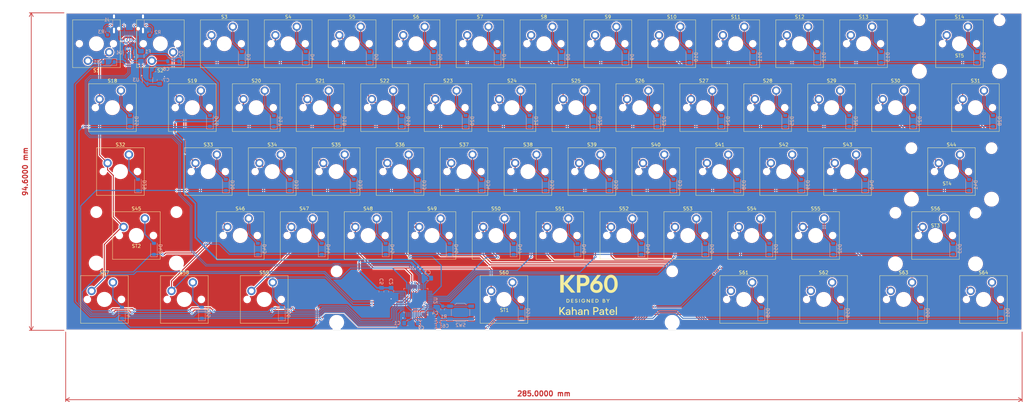
<source format=kicad_pcb>
(kicad_pcb (version 20240108) (generator "pcbnew") (generator_version "8.0")
  (title_block (title "KP60 PCB") (date "2025-05-03"))
  (layers (0 "F.Cu" signal) (31 "B.Cu" signal) (34 "B.Paste" user) (35 "F.Paste" user) (36 "B.SilkS" user "B.Silkscreen") (37 "F.SilkS" user "F.Silkscreen") (38 "B.Mask" user) (39 "F.Mask" user) (44 "Edge.Cuts" user))
  (net 0 "")
  (net 1 "+3.3V")
  (net 2 "GND")
  (net 3 "+5V")
  (net 4 "/NRST")
  (net 5 "A5")
  (net 6 "Net-(D1-A)")
  (net 7 "Net-(D2-A)")
  (net 8 "Net-(D3-A)")
  (net 9 "Net-(D4-A)")
  (net 10 "Net-(D5-A)")
  (net 11 "Net-(D6-A)")
  (net 12 "Net-(D7-A)")
  (net 13 "Net-(D8-A)")
  (net 14 "Net-(D9-A)")
  (net 15 "Net-(D10-A)")
  (net 16 "Net-(D11-A)")
  (net 17 "Net-(D12-A)")
  (net 18 "Net-(D13-A)")
  (net 19 "Net-(D14-A)")
  (net 20 "A6")
  (net 21 "Net-(D15-A)")
  (net 22 "Net-(D16-A)")
  (net 23 "Net-(D17-A)")
  (net 24 "Net-(D18-A)")
  (net 25 "Net-(D19-A)")
  (net 26 "Net-(D20-A)")
  (net 27 "Net-(D21-A)")
  (net 28 "Net-(D22-A)")
  (net 29 "Net-(D23-A)")
  (net 30 "Net-(D24-A)")
  (net 31 "Net-(D25-A)")
  (net 32 "Net-(D26-A)")
  (net 33 "Net-(D27-A)")
  (net 34 "Net-(D28-A)")
  (net 35 "A7")
  (net 36 "Net-(D29-A)")
  (net 37 "Net-(D30-A)")
  (net 38 "Net-(D31-A)")
  (net 39 "Net-(D32-A)")
  (net 40 "Net-(D33-A)")
  (net 41 "Net-(D34-A)")
  (net 42 "Net-(D35-A)")
  (net 43 "Net-(D36-A)")
  (net 44 "Net-(D37-A)")
  (net 45 "Net-(D38-A)")
  (net 46 "Net-(D39-A)")
  (net 47 "Net-(D40-A)")
  (net 48 "Net-(D41-A)")
  (net 49 "Net-(D42-A)")
  (net 50 "A3")
  (net 51 "Net-(D43-A)")
  (net 52 "Net-(D44-A)")
  (net 53 "Net-(D45-A)")
  (net 54 "Net-(D46-A)")
  (net 55 "Net-(D47-A)")
  (net 56 "Net-(D48-A)")
  (net 57 "Net-(D49-A)")
  (net 58 "Net-(D50-A)")
  (net 59 "Net-(D51-A)")
  (net 60 "Net-(D52-A)")
  (net 61 "Net-(D53-A)")
  (net 62 "A4")
  (net 63 "Net-(D54-A)")
  (net 64 "Net-(D55-A)")
  (net 65 "Net-(D56-A)")
  (net 66 "Net-(D57-A)")
  (net 67 "Net-(D58-A)")
  (net 68 "Net-(D59-A)")
  (net 69 "Net-(D60-A)")
  (net 70 "Net-(D61-A)")
  (net 71 "VBUS")
  (net 72 "Net-(J1-CC2)")
  (net 73 "D-")
  (net 74 "D+")
  (net 75 "Net-(J1-CC1)")
  (net 76 "BOOT0")
  (net 77 "B3")
  (net 78 "B4")
  (net 79 "B5")
  (net 80 "B6")
  (net 81 "B7")
  (net 82 "B8")
  (net 83 "B9")
  (net 84 "B12")
  (net 85 "B13")
  (net 94 "B14")
  (net 98 "B15")
  (net 99 "A8")
  (net 103 "B30")
  (net 104 "B31")
  (footprint "ScottoKeebs_MX:MX_PCB_2.00u" (layer "F.Cu") (at 332.89875 83.058)
    (property "Reference" "S14")
    (property "Value" "backspace")
  )
  (footprint "ScottoKeebs_MX:MX_PCB_1.00u" (layer "F.Cu") (at 280.51125 121.158)
    (property "Reference" "S42")
    (property "Value" ";")
  )
  (footprint "ScottoKeebs_MX:MX_PCB_1.00u" (layer "F.Cu") (at 175.73625 140.208)
    (property "Reference" "S49")
    (property "Value" "v")
  )
  (footprint "ScottoKeebs_MX:MX_PCB_1.00u" (layer "F.Cu") (at 166.21125 121.158)
    (property "Reference" "S36")
    (property "Value" "f")
  )
  (footprint "ScottoKeebs_MX:MX_PCB_1.00u" (layer "F.Cu") (at 228.12375 83.058)
    (property "Reference" "S9")
    (property "Value" "8")
  )
  (footprint "ScottoKeebs_Stabilizer:Stabilizer_MX_2.00u" (layer "F.Cu") (at 332.9 83.06)
    (property "Reference" "ST5")
    (property "Value" "Stabilizer_MX_2.00u")
  )
  (footprint "ScottoKeebs_MX:MX_PCB_1.00u" (layer "F.Cu") (at 299.56125 121.158)
    (property "Reference" "S43")
    (property "Value" "\"")
  )
  (footprint "ScottoKeebs_MX:MX_PCB_1.00u" (layer "F.Cu") (at 109.06125 121.158)
    (property "Reference" "S33")
    (property "Value" "a")
  )
  (footprint "ScottoKeebs_MX:MX_PCB_1.00u" (layer "F.Cu") (at 180.49875 102.108)
    (property "Reference" "S23")
    (property "Value" "t")
  )
  (footprint "ScottoKeebs_MX:MX_PCB_1.50u" (layer "F.Cu") (at 337.66125 102.108)
    (property "Reference" "S31")
    (property "Value" "\\")
  )
  (footprint "ScottoKeebs_MX:MX_PCB_1.00u" (layer "F.Cu") (at 142.39875 102.108)
    (property "Reference" "S21")
    (property "Value" "e")
  )
  (footprint "ScottoKeebs_MX:MX_PCB_2.25u" (layer "F.Cu") (at 87.63 140.208)
    (property "Reference" "S45")
    (property "Value" "Lshift")
  )
  (footprint "ScottoKeebs_MX:MX_PCB_1.00u" (layer "F.Cu") (at 123.34875 102.108)
    (property "Reference" "S20")
    (property "Value" "w")
  )
  (footprint "ScottoKeebs_MX:MX_PCB_1.00u" (layer "F.Cu") (at 194.78625 140.208)
    (property "Reference" "S50")
    (property "Value" "b")
  )
  (footprint "ScottoKeebs_MX:MX_PCB_1.25u" (layer "F.Cu") (at 340.0425 159.258)
    (property "Reference" "S64")
    (property "Value" "Rctrl")
  )
  (footprint "ScottoKeebs_MX:MX_PCB_6.25u" (layer "F.Cu") (at 197.1675 159.258)
    (property "Reference" "S60")
    (property "Value" "space")
  )
  (footprint "ScottoKeebs_MX:MX_PCB_1.00u" (layer "F.Cu") (at 232.88625 140.208)
    (property "Reference" "S52")
    (property "Value" "m")
  )
  (footprint "ScottoKeebs_MX:MX_PCB_1.00u" (layer "F.Cu") (at 294.79875 102.108)
    (property "Reference" "S29")
    (property "Value" "{")
  )
  (footprint "ScottoKeebs_MX:MX_PCB_1.25u" (layer "F.Cu") (at 78.105 159.258)
    (property "Reference" "S57")
    (property "Value" "Lctrl")
  )
  (footprint "ScottoKeebs_MX:MX_PCB_1.00u" (layer "F.Cu") (at 218.59875 102.108)
    (property "Reference" "S25")
    (property "Value" "u")
  )
  (footprint "ScottoKeebs_MX:MX_PCB_1.00u" (layer "F.Cu") (at 304.32375 83.058)
    (property "Reference" "S13")
    (property "Value" "=")
  )
  (footprint "ScottoKeebs_MX:MX_PCB_1.00u" (layer "F.Cu") (at 199.54875 102.108)
    (property "Reference" "S24")
    (property "Value" "y")
  )
  (footprint "ScottoKeebs_MX:MX_PCB_1.00u" (layer "F.Cu") (at 137.63625 140.208)
    (property "Reference" "S47")
    (property "Value" "x")
  )
  (footprint "ScottoKeebs_MX:MX_PCB_1.00u" (layer "F.Cu") (at 132.87375 83.058)
    (property "Reference" "S4")
    (property "Value" "3")
  )
  (footprint "ScottoKeebs_MX:MX_PCB_1.00u" (layer "F.Cu") (at 75.72375 83.058 180)
    (property "Reference" "S1")
    (property "Value" "Esc")
  )
  (footprint "ScottoKeebs_MX:MX_PCB_1.00u" (layer "F.Cu") (at 185.26125 121.158)
    (property "Reference" "S37")
    (property "Value" "g")
  )
  (footprint "ScottoKeebs_MX:MX_PCB_1.25u" (layer "F.Cu") (at 101.9175 159.258)
    (property "Reference" "S58")
    (property "Value" "Lsuper")
  )
  (footprint "ScottoKeebs_MX:MX_PCB_1.00u" (layer "F.Cu") (at 156.68625 140.208)
    (property "Reference" "S48")
    (property "Value" "c")
  )
  (footprint "ScottoKeebs_MX:MX_PCB_1.00u" (layer "F.Cu") (at 313.84875 102.108)
    (property "Reference" "S30")
    (property "Value" "}")
  )
  (footprint "ScottoKeebs_Stabilizer:Stabilizer_MX_6.25u" (layer "F.Cu") (at 197.297 157.875)
    (property "Reference" "ST1")
    (property "Value" "Stabilizer_MX_6.25u")
  )
  (footprint "ScottoKeebs_MX:MX_PCB_1.00u" (layer "F.Cu") (at 275.74875 102.108)
    (property "Reference" "S28")
    (property "Value" "p")
  )
  (footprint "ScottoKeebs_MX:MX_PCB_1.00u" (layer "F.Cu") (at 237.64875 102.108)
    (property "Reference" "S26")
    (property "Value" "i")
  )
  (footprint "LOGO" (layer "F.Cu") (at 222.26 158.06)
    (property "Reference" "G***" (hide yes))
    (property "Value" "LOGO" (hide yes))
  )
  (footprint "ScottoKeebs_MX:MX_PCB_1.25u" (layer "F.Cu") (at 125.73 159.258)
    (property "Reference" "S59")
    (property "Value" "Lalt")
  )
  (footprint "ScottoKeebs_MX:MX_PCB_1.00u" (layer "F.Cu") (at 223.36125 121.158)
    (property "Reference" "S39")
    (property "Value" "j")
  )
  (footprint "ScottoKeebs_MX:MX_PCB_1.00u" (layer "F.Cu") (at 209.07375 83.058)
    (property "Reference" "S8")
    (property "Value" "7")
  )
  (footprint "ScottoKeebs_Stabilizer:Stabilizer_MX_2.00u" (layer "F.Cu") (at 330.52 121.16)
    (property "Reference" "ST4")
    (property "Value" "Stabilizer_MX_2.00u")
  )
  (footprint "ScottoKeebs_MX:MX_PCB_1.00u" (layer "F.Cu") (at 104.29875 102.108)
    (property "Reference" "S19")
    (property "Value" "q")
  )
  (footprint "ScottoKeebs_MX:MX_PCB_1.00u" (layer "F.Cu") (at 113.82375 83.058)
    (property "Reference" "S3")
    (property "Value" "2")
  )
  (footprint "ScottoKeebs_MX:MX_PCB_1.00u" (layer "F.Cu") (at 204.31125 121.158)
    (property "Reference" "S38")
    (property "Value" "h")
  )
  (footprint "ScottoKeebs_MX:MX_PCB_1.00u" (layer "F.Cu") (at 261.46125 121.158)
    (property "Reference" "S41")
    (property "Value" "l")
  )
  (footprint "ScottoKeebs_MX:MX_PCB_1.00u" (layer "F.Cu") (at 247.17375 83.058)
    (property "Reference" "S10")
    (property "Value" "9")
  )
  (footprint "ScottoKeebs_MX:MX_PCB_1.25u" (layer "F.Cu") (at 292.4175 159.258)
    (property "Reference" "S62")
    (property "Value" "Rsuper")
  )
  (footprint "ScottoKeebs_MX:MX_PCB_1.00u" (layer "F.Cu") (at 151.92375 83.058)
    (property "Reference" "S5")
    (property "Value" "4")
  )
  (footprint "ScottoKeebs_MX:MX_PCB_1.00u" (layer "F.Cu") (at 285.27375 83.058)
    (property "Reference" "S12")
    (property "Value" "-")
  )
  (footprint "ScottoKeebs_MX:MX_PCB_1.00u" (layer "F.Cu") (at 251.93625 140.208)
    (property "Reference" "S53")
    (property "Value" ",")
  )
  (footprint "ScottoKeebs_MX:MX_PCB_1.00u" (layer "F.Cu") (at 270.98625 140.208)
    (property "Reference" "S54")
    (property "Value" ".")
  )
  (footprint "ScottoKeebs_MX:MX_PCB_1.25u" (layer "F.Cu") (at 316.23 159.258)
    (property "Reference" "S63")
    (property "Value" "Fn")
  )
  (footprint "ScottoKeebs_MX:MX_PCB_1.00u" (layer "F.Cu") (at 161.6075 102.108)
    (property "Reference" "S22")
    (property "Value" "r")
  )
  (footprint "ScottoKeebs_MX:MX_PCB_1.00u" (layer "F.Cu") (at 266.22375 83.058)
    (property "Reference" "S11")
    (property "Value" "0")
  )
  (footprint "ScottoKeebs_MX:MX_PCB_1.50u" (layer "F.Cu") (at 80.48625 102.108)
    (property "Reference" "S18")
    (property "Value" "tab")
  )
  (footprint "ScottoKeebs_Stabilizer:Stabilizer_MX_2.00u" (layer "F.Cu") (at 87.63 140.21)
    (property "Reference" "ST2")
    (property "Value" "Stabilizer_MX_2.00u")
  )
  (footprint "ScottoKeebs_MX:MX_PCB_1.75u" (layer "F.Cu") (at 82.8675 121.158)
    (property "Reference" "S32")
    (property "Value" "caps")
  )
  (footprint "ScottoKeebs_Stabilizer:Stabilizer_MX_2.00u" (layer "F.Cu") (at 325.75 140.42)
    (property "Reference" "ST3")
    (property "Value" "Stabilizer_MX_2.00u")
  )
  (footprint "ScottoKeebs_MX:MX_PCB_1.00u" (layer "F.Cu") (at 213.83625 140.208)
    (property "Reference" "S51")
    (property "Value" "n")
  )
  (footprint "ScottoKeebs_MX:MX_PCB_2.75u" (layer "F.Cu") (at 325.755 140.208)
    (property "Reference" "S56")
    (property "Value" "Rshift")
  )
  (footprint "ScottoKeebs_MX:MX_PCB_1.25u" (layer "F.Cu") (at 268.605 159.258)
    (property "Reference" "S61")
    (property "Value" "Ralt")
  )
  (footprint "ScottoKeebs_MX:MX_PCB_1.00u" (layer "F.Cu") (at 118.58625 140.208)
    (property "Reference" "S46")
    (property "Value" "z")
  )
  (footprint "ScottoKeebs_MX:MX_PCB_1.00u" (layer "F.Cu") (at 290.03625 140.208)
    (property "Reference" "S55")
    (property "Value" "/")
  )
  (footprint "ScottoKeebs_MX:MX_PCB_1.00u" (layer "F.Cu") (at 242.41125 121.158)
    (property "Reference" "S40")
    (property "Value" "k")
  )
  (footprint "ScottoKeebs_MX:MX_PCB_1.00u" (layer "F.Cu") (at 147.16125 121.158)
    (property "Reference" "S35")
    (property "Value" "d")
  )
  (footprint "ScottoKeebs_MX:MX_PCB_1.00u" (layer "F.Cu") (at 170.97375 83.058)
    (property "Reference" "S6")
    (property "Value" "5")
  )
  (footprint "ScottoKeebs_MX:MX_PCB_1.00u" (layer "F.Cu") (at 256.69875 102.108)
    (property "Reference" "S27")
    (property "Value" "o")
  )
  (footprint "ScottoKeebs_MX:MX_PCB_2.25u" (layer "F.Cu") (at 330.5175 121.158)
    (property "Reference" "S44")
    (property "Value" "enter")
  )
  (footprint "ScottoKeebs_MX:MX_PCB_1.00u" (layer "F.Cu") (at 190.02375 83.058)
    (property "Reference" "S7")
    (property "Value" "6")
  )
  (footprint "ScottoKeebs_MX:MX_PCB_1.00u" (layer "F.Cu") (at 94.77375 83.058 180)
    (property "Reference" "S2")
    (property "Value" "1")
  )
  (footprint "ScottoKeebs_MX:MX_PCB_1.00u" (layer "F.Cu") (at 128.11125 121.158)
    (property "Reference" "S34")
    (property "Value" "s")
  )
  (footprint "Resistor_SMD:R_0603_1608Metric_Pad0.98x0.95mm_HandSolder" (layer "B.Cu") (at 79.05 79.5175 -90)
    (property "Reference" "R3")
    (property "Value" "5k1")
  )
  (footprint "Diode_SMD:D_SOD-123" (layer "B.Cu") (at 319.0875 106.07675 90)
    (property "Reference" "D27")
    (property "Value" "Diode")
  )
  (footprint "Capacitor_SMD:C_0805_2012Metric_Pad1.18x1.45mm_HandSolder" (layer "B.Cu") (at 176.66 167.14 180)
    (property "Reference" "C6")
    (property "Value" "10u")
  )
  (footprint "Diode_SMD:D_SOD-123" (layer "B.Cu") (at 285.75 125.12675 90)
    (property "Reference" "D39")
    (property "Value" "Diode")
  )
  (footprint "Diode_SMD:D_SOD-123" (layer "B.Cu") (at 261.9375 106.07675 90)
    (property "Reference" "D24")
    (property "Value" "Diode")
  )
  (footprint "Diode_SMD:D_SOD-123" (layer "B.Cu") (at 233.3625 87.02675 90)
    (property "Reference" "D9")
    (property "Value" "Diode")
  )
  (footprint "Diode_SMD:D_SOD-123" (layer "B.Cu") (at 297.65625 163.22675 90)
    (property "Reference" "D59")
    (property "Value" "Diode")
  )
  (footprint "Diode_SMD:D_SOD-123" (layer "B.Cu") (at 92.86875 144.17675 90)
    (property "Reference" "D42")
    (property "Value" "Diode")
  )
  (footprint "Diode_SMD:D_SOD-123" (layer "B.Cu") (at 200.025 144.17675 90)
    (property "Reference" "D47")
    (property "Value" "Diode")
  )
  (footprint "Diode_SMD:D_SOD-123" (layer "B.Cu") (at 280.9875 106.07675 90)
    (property "Reference" "D25")
    (property "Value" "Diode")
  )
  (footprint "Diode_SMD:D_SOD-123" (layer "B.Cu") (at 161.925 144.17675 90)
    (property "Reference" "D45")
    (property "Value" "Diode")
  )
  (footprint "Diode_SMD:D_SOD-123" (layer "B.Cu") (at 176.2125 87.02675 90)
    (property "Reference" "D6")
    (property "Value" "Diode")
  )
  (footprint "Diode_SMD:D_SOD-123" (layer "B.Cu") (at 223.8375 106.07675 90)
    (property "Reference" "D22")
    (property "Value" "Diode")
  )
  (footprint "Diode_SMD:D_SOD-123" (layer "B.Cu") (at 202.40625 163.22675 90)
    (property "Reference" "D57")
    (property "Value" "Diode")
  )
  (footprint "Capacitor_SMD:C_0805_2012Metric_Pad1.18x1.45mm_HandSolder" (layer "B.Cu") (at 176.65 164.98 180)
    (property "Reference" "C4")
    (property "Value" "100n")
  )
  (footprint "Diode_SMD:D_SOD-123" (layer "B.Cu") (at 204.7875 106.07675 90)
    (property "Reference" "D21")
    (property "Value" "Diode")
  )
  (footprint "Diode_SMD:D_SOD-123" (layer "B.Cu") (at 242.8875 106.07675 90)
    (property "Reference" "D23")
    (property "Value" "Diode")
  )
  (footprint "Resistor_SMD:R_0603_1608Metric_Pad0.98x0.95mm_HandSolder" (layer "B.Cu") (at 91.62 79.64 -90)
    (property "Reference" "R2")
    (property "Value" "5k1")
  )
  (footprint "Diode_SMD:D_SOD-123" (layer "B.Cu") (at 152.4 125.12675 90)
    (property "Reference" "D32")
    (property "Value" "Diode")
  )
  (footprint "Diode_SMD:D_SOD-123" (layer "B.Cu") (at 214.3125 87.02675 90)
    (property "Reference" "D8")
    (property "Value" "Diode")
  )
  (footprint "Diode_SMD:D_SOD-123" (layer "B.Cu") (at 88.10625 125.12675 90)
    (property "Reference" "D29")
    (property "Value" "Diode")
  )
  (footprint "Capacitor_SMD:C_0805_2012Metric_Pad1.18x1.45mm_HandSolder" (layer "B.Cu") (at 94.55 93.93 90)
    (property "Reference" "C7")
    (property "Value" "1u")
  )
  (footprint "Diode_SMD:D_SOD-123" (layer "B.Cu") (at 133.35 125.12675 90)
    (property "Reference" "D31")
    (property "Value" "Diode")
  )
  (footprint "Package_QFP:LQFP-48_7x7mm_P0.5mm" (layer "B.Cu") (at 170.93 159.5975 90)
    (property "Reference" "U2")
    (property "Value" "STM32F072CBTx")
  )
  (footprint "Diode_SMD:D_SOD-123" (layer "B.Cu") (at 321.46875 163.22675 90)
    (property "Reference" "D60")
    (property "Value" "Diode")
  )
  (footprint "Diode_SMD:D_SOD-123" (layer "B.Cu") (at 309.5625 87.02675 90)
    (property "Reference" "D13")
    (property "Value" "Diode")
  )
  (footprint "Package_TO_SOT_SMD:SOT-23-3" (layer "B.Cu") (at 90.95 93.8725 -90)
    (property "Reference" "U3")
    (property "Value" "XC6206PxxxMR" (hide yes))
  )
  (footprint "Diode_SMD:D_SOD-123" (layer "B.Cu") (at 171.45 125.12675 90)
    (property "Reference" "D33")
    (property "Value" "Diode")
  )
  (footprint "Diode_SMD:D_SOD-123" (layer "B.Cu") (at 342.9 106.07675 90)
    (property "Reference" "D28")
    (property "Value" "Diode")
  )
  (footprint "Diode_SMD:D_SOD-123" (layer "B.Cu") (at 195.2625 87.02675 90)
    (property "Reference" "D7")
    (property "Value" "Diode")
  )
  (footprint "Diode_SMD:D_SOD-123" (layer "B.Cu") (at 130.96875 163.22675 90)
    (property "Reference" "D56")
    (property "Value" "Diode")
  )
  (footprint "Diode_SMD:D_SOD-123" (layer "B.Cu") (at 98.6375 88.265 180)
    (property "Reference" "D2")
    (property "Value" "Diode")
  )
  (footprint "Diode_SMD:D_SOD-123" (layer "B.Cu") (at 276.225 144.17675 90)
    (property "Reference" "D51")
    (property "Value" "Diode")
  )
  (footprint "Connector_USB:USB_C_Receptacle_HRO_TYPE-C-31-M-12" (layer "B.Cu") (at 85.2825 75.98)
    (property "Reference" "J1")
    (property "Value" "USB_C_Receptacle_USB2.0_14P")
  )
  (footprint "Diode_SMD:D_SOD-123" (layer "B.Cu") (at 109.5375 106.07675 90)
    (property "Reference" "D16")
    (property "Value" "Diode")
  )
  (footprint "Diode_SMD:D_SOD-123" (layer "B.Cu") (at 345.28125 163.22675 90)
    (property "Reference" "D61")
    (property "Value" "Diode")
  )
  (footprint "Diode_SMD:D_SOD-123" (layer "B.Cu") (at 157.1625 87.02675 90)
    (property "Reference" "D5")
    (property "Value" "Diode")
  )
  (footprint "Button_Switch_SMD:SW_SPST_TL3342" (layer "B.Cu") (at 184.25 163.17)
    (property "Reference" "SW2")
    (property "Value" "SW_Push")
  )
  (footprint "Diode_SMD:D_SOD-123" (layer "B.Cu") (at 79.376 88.519 180)
    (property "Reference" "D1")
    (property "Value" "Diode")
  )
  (footprint "Diode_SMD:D_SOD-123" (layer "B.Cu") (at 304.8 125.12675 90)
    (property "Reference" "D40")
    (property "Value" "Diode")
  )
  (footprint "Diode_SMD:D_SOD-123" (layer "B.Cu") (at 83.34375 163.22675 90)
    (property "Reference" "D54")
    (property "Value" "Diode")
  )
  (footprint "Package_TO_SOT_SMD:SOT-23-6" (layer "B.Cu") (at 85.28 85.6925 90)
    (property "Reference" "U1")
    (property "Value" "USBLC6-2SC6")
  )
  (footprint "Diode_SMD:D_SOD-123" (layer "B.Cu") (at 335.75625 125.12675 90)
    (property "Reference" "D41")
    (property "Value" "Diode")
  )
  (footprint "Diode_SMD:D_SOD-123" (layer "B.Cu") (at 114.3 125.12675 90)
    (property "Reference" "D30")
    (property "Value" "Diode")
  )
  (footprint "Diode_SMD:D_SOD-123" (layer "B.Cu") (at 300.0375 106.07675 90)
    (property "Reference" "D26")
    (property "Value" "Diode")
  )
  (footprint "Diode_SMD:D_SOD-123" (layer "B.Cu") (at 147.6375 106.07675 90)
    (property "Reference" "D18")
    (property "Value" "Diode")
  )
  (footprint "Fuse:Fuse_1206_3216Metric_Pad1.42x1.75mm_HandSolder" (layer "B.Cu") (at 89 86.78 -90)
    (property "Reference" "F1")
    (property "Value" "500mA")
  )
  (footprint "Capacitor_SMD:C_0805_2012Metric_Pad1.18x1.45mm_HandSolder" (layer "B.Cu") (at 93.3 90.66)
    (property "Reference" "C8")
    (property "Value" "1u")
  )
  (footprint "Diode_SMD:D_SOD-123" (layer "B.Cu") (at 257.175 144.17675 90)
    (property "Reference" "D50")
    (property "Value" "Diode")
  )
  (footprint "Diode_SMD:D_SOD-123" (layer "B.Cu") (at 119.0625 87.02675 90)
    (property "Reference" "D3")
    (property "Value" "Diode")
  )
  (footprint "Diode_SMD:D_SOD-123" (layer "B.Cu") (at 238.125 144.17675 90)
    (property "Reference" "D49")
    (property "Value" "Diode")
  )
  (footprint "Diode_SMD:D_SOD-123" (layer "B.Cu") (at 247.65 125.12675 90)
    (property "Reference" "D37")
    (property "Value" "Diode")
  )
  (footprint "Diode_SMD:D_SOD-123" (layer "B.Cu") (at 190.5 125.12675 90)
    (property "Reference" "D34")
    (property "Value" "Diode")
  )
  (footprint "Diode_SMD:D_SOD-123" (layer "B.Cu") (at 128.5875 106.13925 90)
    (property "Reference" "D17")
    (property "Value" "Diode")
  )
  (footprint "Diode_SMD:D_SOD-123" (layer "B.Cu") (at 252.4125 87.02675 90)
    (property "Reference" "D10")
    (property "Value" "Diode")
  )
  (footprint "Diode_SMD:D_SOD-123" (layer "B.Cu") (at 185.7375 106.07675 90)
    (property "Reference" "D20")
    (property "Value" "Diode")
  )
  (footprint "Diode_SMD:D_SOD-123" (layer "B.Cu") (at 271.4625 87.02675 90)
    (property "Reference" "D11")
    (property "Value" "Diode")
  )
  (footprint "Diode_SMD:D_SOD-123" (layer "B.Cu") (at 228.6 125.12675 90)
    (property "Reference" "D36")
    (property "Value" "Diode")
  )
  (footprint "Diode_SMD:D_SOD-123" (layer "B.Cu") (at 166.6875 106.07675 90)
    (property "Reference" "D19")
    (property "Value" "Diode")
  )
  (footprint "Diode_SMD:D_SOD-123" (layer "B.Cu") (at 180.975 144.17675 90)
    (property "Reference" "D46")
    (property "Value" "Diode")
  )
  (footprint "Resistor_SMD:R_0603_1608Metric_Pad0.98x0.95mm_HandSolder" (layer "B.Cu") (at 178.9 162.2 -90)
    (property "Reference" "R1")
    (property "Value" "10k")
  )
  (footprint "Capacitor_SMD:C_0805_2012Metric_Pad1.18x1.45mm_HandSolder" (layer "B.Cu") (at 168.4425 166.3)
    (property "Reference" "C1")
    (property "Value" "100n")
  )
  (footprint "Diode_SMD:D_SOD-123" (layer "B.Cu") (at 338.1375 87.02675 90)
    (property "Reference" "D14")
    (property "Value" "Diode")
  )
  (footprint "Diode_SMD:D_SOD-123" (layer "B.Cu") (at 107.15625 163.22675 90)
    (property "Reference" "D55")
    (property "Value" "Diode")
  )
  (footprint "Diode_SMD:D_SOD-123" (layer "B.Cu") (at 85.725 106.07675 90)
    (property "Reference" "D15")
    (property "Value" "Diode")
  )
  (footprint "Diode_SMD:D_SOD-123" (layer "B.Cu") (at 142.875 144.17675 90)
    (property "Reference" "D44")
    (property "Value" "Diode")
  )
  (footprint "Diode_SMD:D_SOD-123" (layer "B.Cu") (at 209.55 125.12675 90)
    (property "Reference" "D35")
    (property "Value" "Diode")
  )
  (footprint "Diode_SMD:D_SOD-123" (layer "B.Cu") (at 273.84375 163.22675 90)
    (property "Reference" "D58")
    (property "Value" "Diode")
  )
  (footprint "Capacitor_SMD:C_0805_2012Metric_Pad1.18x1.45mm_HandSolder" (layer "B.Cu") (at 172.52 166.28 180)
    (property "Reference" "C9")
    (property "Value" "100n")
  )
  (footprint "Capacitor_SMD:C_0805_2012Metric_Pad1.18x1.45mm_HandSolder" (layer "B.Cu") (at 163.52 156.85 -90)
    (property "Reference" "C2")
    (property "Value" "100n")
  )
  (footprint "Diode_SMD:D_SOD-123" (layer "B.Cu") (at 290.5125 87.02675 90)
    (property "Reference" "D12")
    (property "Value" "Diode")
  )
  (footprint "Diode_SMD:D_SOD-123" (layer "B.Cu") (at 123.825 144.17675 90)
    (property "Reference" "D43")
    (property "Value" "Diode")
  )
  (footprint "Diode_SMD:D_SOD-123" (layer "B.Cu") (at 295.275 144.17675 90)
    (property "Reference" "D52")
    (property "Value" "Diode")
  )
  (footprint "Diode_SMD:D_SOD-123" (layer "B.Cu") (at 330.99375 144.11425 90)
    (property "Reference" "D53")
    (property "Value" "Diode")
  )
  (footprint "Diode_SMD:D_SOD-123" (layer "B.Cu") (at 138.1125 87.02675 90)
    (property "Reference" "D4")
    (property "Value" "Diode")
  )
  (footprint "Capacitor_SMD:C_0805_2012Metric_Pad1.18x1.45mm_HandSolder" (layer "B.Cu") (at 160.66 156.85 -90)
    (property "Reference" "C5")
    (property "Value" "100n")
  )
  (footprint "Diode_SMD:D_SOD-123" (layer "B.Cu") (at 266.7 125.12675 90)
    (property "Reference" "D38")
    (property "Value" "Diode")
  )
  (footprint "Capacitor_SMD:C_0805_2012Metric_Pad1.18x1.45mm_HandSolder" (layer "B.Cu") (at 174.41 152.92 180)
    (property "Reference" "C3")
    (property "Value" "100n")
  )
  (footprint "Diode_SMD:D_SOD-123" (layer "B.Cu") (at 219.075 144.17675 90)
    (property "Reference" "D48")
    (property "Value" "Diode")
  )
  (gr_line (start 351.575 73.85) (end 351.575 168.45) (stroke (width 0.05)) (layer "Edge.Cuts"))
  (gr_line (start 66.575 168.45) (end 351.575 168.45) (stroke (width 0.05)) (layer "Edge.Cuts"))
  (gr_line (start 66.575 73.85) (end 351.575 73.85) (stroke (width 0.05)) (layer "Edge.Cuts"))
  (gr_line (start 66.575 168.45) (end 66.575 73.85) (stroke (width 0.05)) (layer "Edge.Cuts"))
  (dimension (type aligned) (layer "F.Cu") (pts (xy 66.575 73.85) (xy 66.575 168.45)) (height 10.265) (gr_text "94.6000 mm" (at 54.51 121.15 90) (layer "F.Cu") (effects (font (size 1.5 1.5) (thickness 0.3)))) (format (prefix "") (suffix "") (units 3) (units_format 1) (precision 4)) (style (thickness 0.2) (arrow_length 1.27) (text_position_mode 0) (extension_height 0.58642) (extension_offset 0.5) keep_text_aligned))
  (dimension (type aligned) (layer "F.Cu") (pts (xy 66.575 168.45) (xy 351.575 168.45)) (height 20.68) (gr_text "285.0000 mm" (at 209.075 187.33 0) (layer "F.Cu") (effects (font (size 1.5 1.5) (thickness 0.3)))) (format (prefix "") (suffix "") (units 3) (units_format 1) (precision 4)) (style (thickness 0.2) (arrow_length 1.27) (text_position_mode 0) (extension_height 0.58642) (extension_offset 0.5) keep_text_aligned))
  (segment (start 154.01 148.225) (end 154.01 150.51) (width 0.5) (layer "F.Cu") (net 1))
  (segment (start 99.14 106.63) (end 99.14 109.47) (width 0.5) (layer "F.Cu") (net 1))
  (segment (start 154.01 150.51) (end 154.05 150.55) (width 0.5) (layer "F.Cu") (net 1))
  (segment (start 99.14 109.47) (end 99.12 109.49) (width 0.5) (layer "F.Cu") (net 1))
  (via (at 99.12 109.49) (size 0.6) (drill 0.3) (layers "F.Cu" "B.Cu") (net 1))
  (via (at 154.05 150.55) (size 0.6) (drill 0.3) (layers "F.Cu" "B.Cu") (net 1))
  (via (at 99.14 106.63) (size 0.6) (drill 0.3) (layers "F.Cu" "B.Cu") (net 1))
  (via (at 154.01 148.225) (size 0.6) (drill 0.3) (layers "F.Cu" "B.Cu") (net 1))
  (segment (start 181.1 165.07) (end 187.4 165.07) (width 0.5) (layer "B.Cu") (net 1))
  (segment (start 154.05 150.55) (end 159.3125 155.8125) (width 0.5) (layer "B.Cu") (net 1))
  (segment (start 169.68 162.91938) (end 169.68 163.76) (width 0.3) (layer "B.Cu") (net 1))
  (segment (start 169.68 164.60062) (end 169.05562 165.225) (width 0.3) (layer "B.Cu") (net 1))
  (segment (start 101.76 127.24) (end 105.21 130.69) (width 0.5) (layer "B.Cu") (net 1))
  (segment (start 101.76 112.13) (end 101.76 127.24) (width 0.5) (layer "B.Cu") (net 1))
  (segment (start 164.555 156.8475) (end 163.52 155.8125) (width 0.3) (layer "B.Cu") (net 1))
  (segment (start 92.2625 90.66) (end 93.4375 89.485) (width 0.5) (layer "B.Cu") (net 1))
  (segment (start 111.96 105.02) (end 110.76 106.22) (width 0.5) (layer "B.Cu") (net 1))
  (segment (start 169.68 163.76) (end 169.68 164.60062) (width 0.3) (layer "B.Cu") (net 1))
  (segment (start 173.9625 162.3475) (end 173.68 162.63) (width 0.3) (layer "B.Cu") (net 1))
  (segment (start 169.68 162.91938) (end 170.25188 162.3475) (width 0.3) (layer "B.Cu") (net 1))
  (segment (start 177.6875 167.13) (end 177.6975 167.14) (width 0.5) (layer "B.Cu") (net 1))
  (segment (start 154.04 148.195) (end 154.01 148.225) (width 0.5) (layer "B.Cu") (net 1))
  (segment (start 91.9 91.0225) (end 92.2625 90.66) (width 0.5) (layer "B.Cu") (net 1))
  (segment (start 176.1675 162.3475) (end 177.6875 163.8675) (width 0.3) (layer "B.Cu") (net 1))
  (segment (start 175.0925 162.3475) (end 173.9625 162.3475) (width 0.3) (layer "B.Cu") (net 1))
  (segment (start 181.01 164.98) (end 181.1 165.07) (width 0.5) (layer "B.Cu") (net 1))
  (segment (start 154.04 147.39) (end 169.9175 147.39) (width 0.5) (layer "B.Cu") (net 1))
  (segment (start 173.68 155.435) (end 173.68 154.6875) (width 0.3) (layer "B.Cu") (net 1))
  (segment (start 111.96 94.74) (end 111.96 105.02) (width 0.5) (layer "B.Cu") (net 1))
  (segment (start 106.705 89.485) (end 111.96 94.74) (width 0.5) (layer "B.Cu") (net 1))
  (segment (start 177.6875 164.98) (end 181.01 164.98) (width 0.5) (layer "B.Cu") (net 1))
  (segment (start 160.66 155.8125) (end 163.52 155.8125) (width 0.5) (layer "B.Cu") (net 1))
  (segment (start 110.76 106.22) (end 99.55 106.22) (width 0.5) (layer "B.Cu") (net 1))
  (segment (start 93.4375 89.485) (end 106.705 89.485) (width 0.5) (layer "B.Cu") (net 1))
  (segment (start 105.21 130.69) (end 105.21 140.841371) (width 0.5) (layer "B.Cu") (net 1))
  (segment (start 170.25188 162.3475) (end 173.9625 162.3475) (width 0.3) (layer "B.Cu") (net 1))
  (segment (start 175.0925 162.3475) (end 176.1675 162.3475) (width 0.3) (layer "B.Cu") (net 1))
  (segment (start 168.48 165.225) (end 167.405 166.3) (width 0.3) (layer "B.Cu") (net 1))
  (segment (start 167.86 157.09938) (end 167.86 161.09938) (width 0.3) (layer "B.Cu") (net 1))
  (segment (start 173.68 154.6875) (end 175.4475 152.92) (width 0.3) (layer "B.Cu") (net 1))
  (segment (start 173.68 162.63) (end 173.68 163.76) (width 0.3) (layer "B.Cu") (net 1))
  (segment (start 91.9 92.735) (end 91.9 91.0225) (width 0.5) (layer "B.Cu") (net 1))
  (segment (start 159.3125 155.8125) (end 160.66 155.8125) (width 0.5) (layer "B.Cu") (net 1))
  (segment (start 105.21 140.841371) (end 111.758629 147.39) (width 0.5) (layer "B.Cu") (net 1))
  (segment (start 99.55 106.22) (end 99.14 106.63) (width 0.5) (layer "B.Cu") (net 1))
  (segment (start 99.12 109.49) (end 101.76 112.13) (width 0.5) (layer "B.Cu") (net 1))
  (segment (start 111.758629 147.39) (end 154.04 147.39) (width 0.5) (layer "B.Cu") (net 1))
  (segment (start 166.7675 156.8475) (end 167.60812 156.8475) (width 0.3) (layer "B.Cu") (net 1))
  (segment (start 154.04 147.39) (end 154.04 148.195) (width 0.5) (layer "B.Cu") (net 1))
  (segment (start 169.9175 147.39) (end 175.4475 152.92) (width 0.5) (layer "B.Cu") (net 1))
  (segment (start 177.6875 164.98) (end 177.6875 167.13) (width 0.5) (layer "B.Cu") (net 1))
  (segment (start 169.05562 165.225) (end 168.48 165.225) (width 0.3) (layer "B.Cu") (net 1))
  (segment (start 166.7675 156.8475) (end 164.555 156.8475) (width 0.3) (layer "B.Cu") (net 1))
  (segment (start 167.86 161.09938) (end 169.68 162.91938) (width 0.3) (layer "B.Cu") (net 1))
  (segment (start 177.6875 163.8675) (end 177.6875 164.98) (width 0.3) (layer "B.Cu") (net 1))
  (segment (start 167.60812 156.8475) (end 167.86 157.09938) (width 0.3) (layer "B.Cu") (net 1))
  (segment (start 82.43 85.76) (end 82.41 85.74) (width 0.3) (layer "F.Cu") (net 2))
  (segment (start 84.93 85.76) (end 82.43 85.76) (width 0.3) (layer "F.Cu") (net 2))
  (via (at 163.55 159.09) (size 0.6) (drill 0.3) (layers "F.Cu" "B.Cu") (net 2))
  (via (at 84.93 85.76) (size 0.6) (drill 0.3) (layers "F.Cu" "B.Cu") (net 2))
  (via (at 167.06 164.78) (size 0.6) (drill 0.3) (layers "F.Cu" "B.Cu") (net 2))
  (via (at 82.41 85.74) (size 0.6) (drill 0.3) (layers "F.Cu" "B.Cu") (net 2))
  (via (at 172.73 151.52) (size 0.6) (drill 0.3) (layers "F.Cu" "B.Cu") (net 2))
  (via (at 96 92.86) (size 0.6) (drill 0.3) (layers "F.Cu" "B.Cu") (net 2))
  (segment (start 163.52 157.8875) (end 163.52 159.06) (width 0.3) (layer "B.Cu") (net 2))
  (segment (start 166.46 165.38) (end 167.06 164.78) (width 0.3) (layer "B.Cu") (net 2))
  (segment (start 93.595 93.8475) (end 94.55 92.8925) (width 0.5) (layer "B.Cu") (net 2))
  (segment (start 81.8775 80.025) (end 80.9625 79.11) (width 0.5) (layer "B.Cu") (net 2))
  (segment (start 89.985 78.7275) (end 89.6025 79.11) (width 0.5) (layer "B.Cu") (net 2))
  (segment (start 169.48 166.3) (end 168.405 167.375) (width 0.3) (layer "B.Cu") (net 2))
  (segment (start 175.0925 161.8475) (end 172.8575 161.8475) (width 0.3) (layer "B.Cu") (net 2))
  (segment (start 170.18 165.6) (end 170.18 163.76) (width 0.3) (layer "B.Cu") (net 2))
  (segment (start 173.18 153.1125) (end 173.3725 152.92) (width 0.3) (layer "B.Cu") (net 2))
  (segment (start 89.4475 79.11) (end 88.5325 80.025) (width 0.5) (layer "B.Cu") (net 2))
  (segment (start 94.55 90.8725) (end 94.3375 90.66) (width 0.5) (layer "B.Cu") (net 2))
  (segment (start 80.4575 78.605) (end 80.9625 79.11) (width 0.5) (layer "B.Cu") (net 2))
  (segment (start 175.6125 164.98) (end 175.6125 167.13) (width 0.5) (layer "B.Cu") (net 2))
  (segment (start 85.28 86.83) (end 85.28 86.11) (width 0.3) (layer "B.Cu") (net 2))
  (segment (start 175.6125 167.13) (end 175.6225 167.14) (width 0.5) (layer "B.Cu") (net 2))
  (segment (start 90 92.735) (end 91.1125 93.8475) (width 0.5) (layer "B.Cu") (net 2))
  (segment (start 180.5375 163.1125) (end 180.57 163.08) (width 0.3) (layer "B.Cu") (net 2))
  (segment (start 164.06 157.3475) (end 163.52 157.8875) (width 0.3) (layer "B.Cu") (net 2))
  (segment (start 172.8575 161.8475) (end 172.63 161.62) (width 0.3) (layer "B.Cu") (net 2))
  (segment (start 169.48 166.3) (end 170.18 165.6) (width 0.3) (layer "B.Cu") (net 2))
  (segment (start 166.7675 157.3475) (end 164.06 157.3475) (width 0.3) (layer "B.Cu") (net 2))
  (segment (start 89.6025 79.11) (end 89.4475 79.11) (width 0.5) (layer "B.Cu") (net 2))
  (segment (start 91.1125 93.8475) (end 93.595 93.8475) (width 0.5) (layer "B.Cu") (net 2))
  (segment (start 173.18 156.8) (end 173.18 155.435) (width 0.3) (layer "B.Cu") (net 2))
  (segment (start 94.55 92.8925) (end 95.9675 92.8925) (width 0.5) (layer "B.Cu") (net 2))
  (segment (start 89.6025 79.11) (end 89.6025 74.93) (width 0.5) (layer "B.Cu") (net 2))
  (segment (start 178.9 163.1125) (end 177.635 161.8475) (width 0.3) (layer "B.Cu") (net 2))
  (segment (start 172.63 161.62) (end 172.63 157.35) (width 0.3) (layer "B.Cu") (net 2))
  (segment (start 91.62 78.7275) (end 89.985 78.7275) (width 0.5) (layer "B.Cu") (net 2))
  (segment (start 79.05 78.605) (end 80.4575 78.605) (width 0.5) (layer "B.Cu") (net 2))
  (segment (start 82.0325 80.025) (end 81.8775 80.025) (width 0.5) (layer "B.Cu") (net 2))
  (segment (start 85.28 86.11) (end 84.93 85.76) (width 0.3) (layer "B.Cu") (net 2))
  (segment (start 172.63 157.35) (end 173.18 156.8) (width 0.3) (layer "B.Cu") (net 2))
  (segment (start 173.3725 152.1625) (end 172.73 151.52) (width 0.3) (layer "B.Cu") (net 2))
  (segment (start 173.18 155.435) (end 173.18 153.1125) (width 0.3) (layer "B.Cu") (net 2))
  (segment (start 80.9625 79.11) (end 80.9625 74.93) (width 0.5) (layer "B.Cu") (net 2))
  (segment (start 173.3725 152.92) (end 173.3725 152.1625) (width 0.3) (layer "B.Cu") (net 2))
  (segment (start 95.9675 92.8925) (end 96 92.86) (width 0.5) (layer "B.Cu") (net 2))
  (segment (start 168.405 167.375) (end 166.812044 167.375) (width 0.3) (layer "B.Cu") (net 2))
  (segment (start 94.55 92.8925) (end 94.55 90.8725) (width 0.5) (layer "B.Cu") (net 2))
  (segment (start 163.52 159.06) (end 163.55 159.09) (width 0.3) (layer "B.Cu") (net 2))
  (segment (start 166.46 167.022956) (end 166.46 165.38) (width 0.3) (layer "B.Cu") (net 2))
  (segment (start 166.812044 167.375) (end 166.46 167.022956) (width 0.3) (layer "B.Cu") (net 2))
  (segment (start 177.635 161.8475) (end 175.0925 161.8475) (width 0.3) (layer "B.Cu") (net 2))
  (segment (start 85.3 84.59) (end 85.58 84.87) (width 0.3) (layer "F.Cu") (net 3))
  (segment (start 85.58 87.64) (end 86.34 88.4) (width 0.3) (layer "F.Cu") (net 3))
  (segment (start 85.58 84.87) (end 85.58 87.64) (width 0.3) (layer "F.Cu") (net 3))
  (via (at 86.34 88.4) (size 0.6) (drill 0.3) (layers "F.Cu" "B.Cu") (net 3))
  (via (at 85.3 84.59) (size 0.6) (drill 0.3) (layers "F.Cu" "B.Cu") (net 3))
  (segment (start 89 88.084816) (end 89 88.2675) (width 0.5) (layer "B.Cu") (net 3))
  (segment (start 86.34 88.4) (end 88.8675 88.4) (width 0.3) (layer "B.Cu") (net 3))
  (segment (start 85.28 84.555) (end 85.28 84.57) (width 0.3) (layer "B.Cu") (net 3))
  (segment (start 89 93.359999) (end 89 88.2675) (width 0.5) (layer "B.Cu") (net 3))
  (segment (start 85.28 84.57) (end 85.3 84.59) (width 0.3) (layer "B.Cu") (net 3))
  (segment (start 90.95 95.01) (end 90.650001 95.01) (width 0.5) (layer "B.Cu") (net 3))
  (segment (start 90.650001 95.01) (end 89 93.359999) (width 0.5) (layer "B.Cu") (net 3))
  (segment (start 88.8675 88.4) (end 89 88.2675) (width 0.3) (layer "B.Cu") (net 3))
  (segment (start 94.5075 95.01) (end 94.55 94.9675) (width 0.5) (layer "B.Cu") (net 3))
  (segment (start 90.95 95.01) (end 94.5075 95.01) (width 0.5) (layer "B.Cu") (net 3))
  (segment (start 171.4825 166.28) (end 170.68 165.4775) (width 0.3) (layer "B.Cu") (net 4))
  (segment (start 170.68 165.4775) (end 170.68 163.76) (width 0.3) (layer "B.Cu") (net 4))
  (segment (start 86.338529 163.17675) (end 86.06675 163.17675) (width 0.3) (layer "F.Cu") (net 5))
  (segment (start 86.06675 163.17675) (end 85.39 162.5) (width 0.3) (layer "F.Cu") (net 5))
  (segment (start 99.685 126.78) (end 102.54 126.78) (width 0.3) (layer "F.Cu") (net 5))
  (segment (start 128.1185 162.544444) (end 128.111472 162.551472) (width 0.3) (layer "F.Cu") (net 5))
  (segment (start 133.581501 162.544444) (end 128.1185 162.544444) (width 0.3) (layer "F.Cu") (net 5))
  (segment (start 104.923619 162.419325) (end 104.198097 163.144847) (width 0.3) (layer "F.Cu") (net 5))
  (segment (start 109.406382 162.419325) (end 104.923619 162.419325) (width 0.3) (layer "F.Cu") (net 5))
  (segment (start 81.372944 162.5) (end 80.726472 163.146472) (width 0.3) (layer "F.Cu") (net 5))
  (segment (start 102.54 126.78) (end 102.56 126.8) (width 0.3) (layer "F.Cu") (net 5))
  (segment (start 85.39 162.5) (end 81.372944 162.5) (width 0.3) (layer "F.Cu") (net 5))
  (via (at 109.406382 162.419325) (size 0.7) (drill 0.3) (layers "F.Cu" "B.Cu") (net 5))
  (via (at 99.685 126.78) (size 0.6) (drill 0.3) (layers "F.Cu" "B.Cu") (net 5))
  (via (at 128.111472 162.551472) (size 0.7) (drill 0.3) (layers "F.Cu" "B.Cu") (net 5))
  (via (at 102.56 126.8) (size 0.7) (drill 0.3) (layers "F.Cu" "B.Cu") (net 5))
  (via (at 104.198097 163.144847) (size 0.7) (drill 0.3) (layers "F.Cu" "B.Cu") (net 5))
  (via (at 133.581501 162.544444) (size 0.7) (drill 0.3) (layers "F.Cu" "B.Cu") (net 5))
  (via (at 86.338529 163.17675) (size 0.7) (drill 0.3) (layers "F.Cu" "B.Cu") (net 5))
  (via (at 80.726472 163.146472) (size 0.7) (drill 0.3) (layers "F.Cu" "B.Cu") (net 5))
  (segment (start 164.65 166.185788) (end 164.575788 166.26) (width 0.3) (layer "B.Cu") (net 5))
  (segment (start 71.03 131.39) (end 75.66 126.76) (width 0.3) (layer "B.Cu") (net 5))
  (segment (start 80.726472 163.146472) (end 80.512944 163.36) (width 0.3) (layer "B.Cu") (net 5))
  (segment (start 102.56 126.8) (end 102.58325 126.77675) (width 0.3) (layer "B.Cu") (net 5))
  (segment (start 99.68175 126.77675) (end 99.685 126.78) (width 0.3) (layer "B.Cu") (net 5))
  (segment (start 166.7675 161.3475) (end 165.719773 161.3475) (width 0.3) (layer "B.Cu") (net 5))
  (segment (start 164.575788 166.26) (end 154.134212 166.26) (width 0.3) (layer "B.Cu") (net 5))
  (segment (start 128.111472 162.551472) (end 127.286194 163.37675) (width 0.3) (layer "B.Cu") (net 5))
  (segment (start 71.03 160.027107) (end 71.03 131.39) (width 0.3) (layer "B.Cu") (net 5))
  (segment (start 142.21 163.23) (end 134.267057 163.23) (width 0.3) (layer "B.Cu") (net 5))
  (segment (start 102.58325 126.77675) (end 114.3 126.77675) (width 0.3) (layer "B.Cu") (net 5))
  (segment (start 110.46 163.37675) (end 110.363807 163.37675) (width 0.3) (layer "B.Cu") (net 5))
  (segment (start 134.267057 163.23) (end 133.581501 162.544444) (width 0.3) (layer "B.Cu") (net 5))
  (segment (start 165.719773 161.3475) (end 164.65 162.417273) (width 0.3) (layer "B.Cu") (net 5))
  (segment (start 74.362893 163.36) (end 71.03 160.027107) (width 0.3) (layer "B.Cu") (net 5))
  (segment (start 104.198097 163.144847) (end 104.166194 163.17675) (width 0.3) (layer "B.Cu") (net 5))
  (segment (start 104.166194 163.17675) (end 86.338529 163.17675) (width 0.3) (layer "B.Cu") (net 5))
  (segment (start 80.512944 163.36) (end 80.605327 163.267617) (width 0.3) (layer "B.Cu") (net 5))
  (segment (start 149.994213 162.12) (end 143.32 162.12) (width 0.3) (layer "B.Cu") (net 5))
  (segment (start 164.65 162.417273) (end 164.65 166.185788) (width 0.3) (layer "B.Cu") (net 5))
  (segment (start 80.512944 163.36) (end 74.362893 163.36) (width 0.3) (layer "B.Cu") (net 5))
  (segment (start 114.3 126.77675) (end 133.35 126.77675) (width 0.3) (layer "B.Cu") (net 5))
  (segment (start 75.66 126.76) (end 76.83 126.76) (width 0.3) (layer "B.Cu") (net 5))
  (segment (start 154.134212 166.26) (end 151.473554 163.599341) (width 0.3) (layer "B.Cu") (net 5))
  (segment (start 88.10625 126.77675) (end 99.68175 126.77675) (width 0.3) (layer "B.Cu") (net 5))
  (segment (start 133.35 126.77675) (end 335.75625 126.77675) (width 0.3) (layer "B.Cu") (net 5))
  (segment (start 110.363807 163.37675) (end 109.406382 162.419325) (width 0.3) (layer "B.Cu") (net 5))
  (segment (start 151.473554 163.599341) (end 149.994213 162.12) (width 0.3) (layer "B.Cu") (net 5))
  (segment (start 143.32 162.12) (end 142.21 163.23) (width 0.3) (layer "B.Cu") (net 5))
  (segment (start 76.84675 126.77675) (end 88.10625 126.77675) (width 0.3) (layer "B.Cu") (net 5))
  (segment (start 127.286194 163.37675) (end 110.46 163.37675) (width 0.3) (layer "B.Cu") (net 5))
  (segment (start 76.83 126.76) (end 76.84675 126.77675) (width 0.3) (layer "B.Cu") (net 5))
  (segment (start 77.345 88.138) (end 77.726 88.519) (width 0.3) (layer "B.Cu") (net 6))
  (segment (start 73.18375 88.138) (end 77.345 88.138) (width 0.3) (layer "B.Cu") (net 6))
  (segment (start 92.23375 88.138) (end 96.8605 88.138) (width 0.3) (layer "B.Cu") (net 7))
  (segment (start 96.8605 88.138) (end 96.9875 88.265) (width 0.3) (layer "B.Cu") (net 7))
  (segment (start 116.36375 77.978) (end 116.36375 82.678) (width 0.3) (layer "B.Cu") (net 8))
  (segment (start 116.36375 82.678) (end 119.0625 85.37675) (width 0.3) (layer "B.Cu") (net 8))
  (segment (start 135.41375 77.978) (end 135.41375 82.678) (width 0.3) (layer "B.Cu") (net 9))
  (segment (start 135.41375 82.678) (end 138.1125 85.37675) (width 0.3) (layer "B.Cu") (net 9))
  (segment (start 154.46375 82.678) (end 157.1625 85.37675) (width 0.3) (layer "B.Cu") (net 10))
  (segment (start 154.46375 77.978) (end 154.46375 82.678) (width 0.3) (layer "B.Cu") (net 10))
  (segment (start 173.51375 82.678) (end 176.2125 85.37675) (width 0.3) (layer "B.Cu") (net 11))
  (segment (start 173.51375 77.978) (end 173.51375 82.678) (width 0.3) (layer "B.Cu") (net 11))
  (segment (start 192.56375 77.978) (end 192.56375 82.678) (width 0.3) (layer "B.Cu") (net 12))
  (segment (start 192.56375 82.678) (end 195.2625 85.37675) (width 0.3) (layer "B.Cu") (net 12))
  (segment (start 211.61375 77.978) (end 211.61375 82.678) (width 0.3) (layer "B.Cu") (net 13))
  (segment (start 211.61375 82.678) (end 214.3125 85.37675) (width 0.3) (layer "B.Cu") (net 13))
  (segment (start 230.66375 82.678) (end 233.3625 85.37675) (width 0.3) (layer "B.Cu") (net 14))
  (segment (start 230.66375 77.978) (end 230.66375 82.678) (width 0.3) (layer "B.Cu") (net 14))
  (segment (start 249.71375 82.678) (end 249.71375 77.978) (width 0.3) (layer "B.Cu") (net 15))
  (segment (start 252.4125 85.37675) (end 249.71375 82.678) (width 0.3) (layer "B.Cu") (net 15))
  (segment (start 268.76375 82.678) (end 268.76375 77.978) (width 0.3) (layer "B.Cu") (net 16))
  (segment (start 271.4625 85.37675) (end 268.76375 82.678) (width 0.3) (layer "B.Cu") (net 16))
  (segment (start 287.81375 82.678) (end 287.81375 77.978) (width 0.3) (layer "B.Cu") (net 17))
  (segment (start 290.5125 85.37675) (end 287.81375 82.678) (width 0.3) (layer "B.Cu") (net 17))
  (segment (start 309.5625 85.37675) (end 306.86375 82.678) (width 0.3) (layer "B.Cu") (net 18))
  (segment (start 306.86375 82.678) (end 306.86375 77.978) (width 0.3) (layer "B.Cu") (net 18))
  (segment (start 335.43875 82.678) (end 335.43875 77.978) (width 0.3) (layer "B.Cu") (net 19))
  (segment (start 338.1375 85.37675) (end 335.43875 82.678) (width 0.3) (layer "B.Cu") (net 19))
  (segment (start 104.169702 161.719325) (end 103.48838 162.400647) (width 0.3) (layer "F.Cu") (net 20))
  (segment (start 105.511178 145.41) (end 108.210589 142.710589) (width 0.3) (layer "F.Cu") (net 20))
  (segment (start 87.038529 162.546845) (end 86.491684 162) (width 0.3) (layer "F.Cu") (net 20))
  (segment (start 109.696332 161.719325) (end 104.169702 161.719325) (width 0.3) (layer "F.Cu") (net 20))
  (segment (start 86.968434 162.47675) (end 87.038529 162.546845) (width 0.3) (layer "F.Cu") (net 20))
  (segment (start 99.52 145.41) (end 105.511178 145.41) (width 0.3) (layer "F.Cu") (net 20))
  (segment (start 96.39 145.41) (end 99.52 145.41) (width 0.3) (layer "F.Cu") (net 20))
  (segment (start 134.154275 161.844444) (end 129.008199 161.844444) (width 0.3) (layer "F.Cu") (net 20))
  (segment (start 86.491684 162) (end 80.565327 162) (width 0.3) (layer "F.Cu") (net 20))
  (segment (start 110.612335 162.635328) (end 109.696332 161.719325) (width 0.3) (layer "F.Cu") (net 20))
  (segment (start 103.48838 162.400647) (end 103.48838 162.47675) (width 0.3) (layer "F.Cu") (net 20))
  (segment (start 95.52 145.87) (end 95.93 145.87) (width 0.3) (layer "F.Cu") (net 20))
  (segment (start 134.221612 161.911781) (end 134.154275 161.844444) (width 0.3) (layer "F.Cu") (net 20))
  (segment (start 95.93 145.87) (end 96.39 145.41) (width 0.3) (layer "F.Cu") (net 20))
  (segment (start 80.565327 162) (end 79.905327 162.66) (width 0.3) (layer "F.Cu") (net 20))
  (via (at 79.905327 162.66) (size 0.7) (drill 0.3) (layers "F.Cu" "B.Cu") (net 20))
  (via (at 134.221612 161.911781) (size 0.7) (drill 0.3) (layers "F.Cu" "B.Cu") (net 20))
  (via (at 129.008199 161.844444) (size 0.7) (drill 0.3) (layers "F.Cu" "B.Cu") (net 20))
  (via (at 103.48838 162.47675) (size 0.7) (drill 0.3) (layers "F.Cu" "B.Cu") (net 20))
  (via (at 110.612335 162.635328) (size 0.7) (drill 0.3) (layers "F.Cu" "B.Cu") (net 20))
  (via (at 108.210589 142.710589) (size 0.7) (drill 0.3) (layers "F.Cu" "B.Cu") (net 20))
  (via (at 95.52 145.87) (size 0.7) (drill 0.3) (layers "F.Cu" "B.Cu") (net 20))
  (via (at 86.968434 162.47675) (size 0.7) (drill 0.3) (layers "F.Cu" "B.Cu") (net 20))
  (segment (start 86.75 151.06) (end 91.98325 145.82675) (width 0.3) (layer "B.Cu") (net 20))
  (segment (start 95.47675 145.82675) (end 95.52 145.87) (width 0.3) (layer "B.Cu") (net 20))
  (segment (start 79.905327 162.66) (end 74.37 162.66) (width 0.3) (layer "B.Cu") (net 20))
  (segment (start 150.20132 161.62) (end 143.112893 161.62) (width 0.3) (layer "B.Cu") (net 20))
  (segment (start 112.25 142.76) (end 115.31675 145.82675) (width 0.3) (layer "B.Cu") (net 20))
  (segment (start 135.39 162.73) (end 135.039831 162.73) (width 0.3) (layer "B.Cu") (net 20))
  (segment (start 115.31675 145.82675) (end 123.825 145.82675) (width 0.3) (layer "B.Cu") (net 20))
  (segment (start 77.39 151.06) (end 86.75 151.06) (width 0.3) (layer "B.Cu") (net 20))
  (segment (start 143.112893 161.62) (end 142.82 161.912893) (width 0.3) (layer "B.Cu") (net 20))
  (segment (start 164.15 165.28) (end 164.15 165.59) (width 0.3) (layer "B.Cu") (net 20))
  (segment (start 91.98325 145.82675) (end 92.86875 145.82675) (width 0.3) (layer "B.Cu") (net 20))
  (segment (start 103.48838 162.47675) (end 86.968434 162.47675) (width 0.3) (layer "B.Cu") (net 20))
  (segment (start 164.15 162.624379) (end 164.15 165.28) (width 0.3) (layer "B.Cu") (net 20))
  (segment (start 127.82855 161.844444) (end 126.796244 162.87675) (width 0.3) (layer "B.Cu") (net 20))
  (segment (start 110.853757 162.87675) (end 110.612335 162.635328) (width 0.3) (layer "B.Cu") (net 20))
  (segment (start 142.002894 162.73) (end 135.39 162.73) (width 0.3) (layer "B.Cu") (net 20))
  (segment (start 162.24 165.76) (end 154.71 165.76) (width 0.3) (layer "B.Cu") (net 20))
  (segment (start 164.15 162.210166) (end 164.15 162.624379) (width 0.3) (layer "B.Cu") (net 20))
  (segment (start 163.98 165.76) (end 162.24 165.76) (width 0.3) (layer "B.Cu") (net 20))
  (segment (start 151.05566 162.474341) (end 150.494213 161.912893) (width 0.3) (layer "B.Cu") (net 20))
  (segment (start 142.82 161.912893) (end 142.002894 162.73) (width 0.3) (layer "B.Cu") (net 20))
  (segment (start 129.008199 161.844444) (end 127.82855 161.844444) (width 0.3) (layer "B.Cu") (net 20))
  (segment (start 166.7675 160.8475) (end 165.512666 160.8475) (width 0.3) (layer "B.Cu") (net 20))
  (segment (start 330.93125 145.82675) (end 330.99375 145.76425) (width 0.3) (layer "B.Cu") (net 20))
  (segment (start 71.53 156.92) (end 77.39 151.06) (width 0.3) (layer "B.Cu") (net 20))
  (segment (start 92.86875 145.82675) (end 95.47675 145.82675) (width 0.3) (layer "B.Cu") (net 20))
  (segment (start 126.796244 162.87675) (end 121.31 162.87675) (width 0.3) (layer "B.Cu") (net 20))
  (segment (start 165.512666 160.8475) (end 164.15 162.210166) (width 0.3) (layer "B.Cu") (net 20))
  (segment (start 123.825 145.82675) (end 330.93125 145.82675) (width 0.3) (layer "B.Cu") (net 20))
  (segment (start 150.494213 161.912893) (end 150.20132 161.62) (width 0.3) (layer "B.Cu") (net 20))
  (segment (start 108.210589 142.710589) (end 108.26 142.76) (width 0.3) (layer "B.Cu") (net 20))
  (segment (start 108.26 142.76) (end 112.25 142.76) (width 0.3) (layer "B.Cu") (net 20))
  (segment (start 154.341319 165.76) (end 151.05566 162.474341) (width 0.3) (layer "B.Cu") (net 20))
  (segment (start 164.15 165.59) (end 163.98 165.76) (width 0.3) (layer "B.Cu") (net 20))
  (segment (start 71.53 159.82) (end 71.53 156.92) (width 0.3) (layer "B.Cu") (net 20))
  (segment (start 74.37 162.66) (end 71.53 159.82) (width 0.3) (layer "B.Cu") (net 20))
  (segment (start 135.039831 162.73) (end 134.221612 161.911781) (width 0.3) (layer "B.Cu") (net 20))
  (segment (start 154.71 165.76) (end 154.341319 165.76) (width 0.3) (layer "B.Cu") (net 20))
  (segment (start 121.31 162.87675) (end 110.853757 162.87675) (width 0.3) (layer "B.Cu") (net 20))
  (segment (start 83.02625 101.728) (end 83.02625 97.028) (width 0.3) (layer "B.Cu") (net 21))
  (segment (start 85.725 104.42675) (end 83.02625 101.728) (width 0.3) (layer "B.Cu") (net 21))
  (segment (start 109.5375 104.42675) (end 106.83875 101.728) (width 0.3) (layer "B.Cu") (net 22))
  (segment (start 106.83875 101.728) (end 106.83875 97.028) (width 0.3) (layer "B.Cu") (net 22))
  (segment (start 128.5875 104.48925) (end 125.88875 101.7905) (width 0.3) (layer "B.Cu") (net 23))
  (segment (start 125.88875 101.7905) (end 125.88875 97.028) (width 0.3) (layer "B.Cu") (net 23))
  (segment (start 147.6375 104.42675) (end 144.93875 101.728) (width 0.3) (layer "B.Cu") (net 24))
  (segment (start 144.93875 101.728) (end 144.93875 97.028) (width 0.3) (layer "B.Cu") (net 24))
  (segment (start 166.6875 104.42675) (end 164.1475 101.88675) (width 0.3) (layer "B.Cu") (net 25))
  (segment (start 164.1475 101.88675) (end 164.1475 97.028) (width 0.3) (layer "B.Cu") (net 25))
  (segment (start 183.03875 101.728) (end 183.03875 97.028) (width 0.3) (layer "B.Cu") (net 26))
  (segment (start 185.7375 104.42675) (end 183.03875 101.728) (width 0.3) (layer "B.Cu") (net 26))
  (segment (start 204.7875 104.42675) (end 202.08875 101.728) (width 0.3) (layer "B.Cu") (net 27))
  (segment (start 202.08875 101.728) (end 202.08875 97.028) (width 0.3) (layer "B.Cu") (net 27))
  (segment (start 221.13875 101.728) (end 221.13875 97.028) (width 0.3) (layer "B.Cu") (net 28))
  (segment (start 223.8375 104.42675) (end 221.13875 101.728) (width 0.3) (layer "B.Cu") (net 28))
  (segment (start 242.8875 104.42675) (end 240.18875 101.728) (width 0.3) (layer "B.Cu") (net 29))
  (segment (start 240.18875 101.728) (end 240.18875 97.028) (width 0.3) (layer "B.Cu") (net 29))
  (segment (start 259.23875 101.728) (end 259.23875 97.028) (width 0.3) (layer "B.Cu") (net 30))
  (segment (start 261.9375 104.42675) (end 259.23875 101.728) (width 0.3) (layer "B.Cu") (net 30))
  (segment (start 280.9875 104.42675) (end 278.28875 101.728) (width 0.3) (layer "B.Cu") (net 31))
  (segment (start 278.28875 101.728) (end 278.28875 97.028) (width 0.3) (layer "B.Cu") (net 31))
  (segment (start 300.0375 104.42675) (end 297.33875 101.728) (width 0.3) (layer "B.Cu") (net 32))
  (segment (start 297.33875 101.728) (end 297.33875 97.028) (width 0.3) (layer "B.Cu") (net 32))
  (segment (start 319.0875 104.42675) (end 316.38875 101.728) (width 0.3) (layer "B.Cu") (net 33))
  (segment (start 316.38875 101.728) (end 316.38875 97.028) (width 0.3) (layer "B.Cu") (net 33))
  (segment (start 340.20125 101.728) (end 340.20125 97.028) (width 0.3) (layer "B.Cu") (net 34))
  (segment (start 342.9 104.42675) (end 340.20125 101.728) (width 0.3) (layer "B.Cu") (net 34))
  (segment (start 192 167.8) (end 192.2 167.6) (width 0.3) (layer "F.Cu") (net 35))
  (segment (start 141.52 162.03) (end 141.52 166.05) (width 0.3) (layer "F.Cu") (net 35))
  (segment (start 149.3761 163.7061) (end 153.47 167.8) (width 0.3) (layer "F.Cu") (net 35))
  (segment (start 153.47 167.8) (end 192 167.8) (width 0.3) (layer "F.Cu") (net 35))
  (segment (start 141.52 166.05) (end 141.54 166.07) (width 0.3) (layer "F.Cu") (net 35))
  (segment (start 144.0039 163.7061) (end 149.3761 163.7061) (width 0.3) (layer "F.Cu") (net 35))
  (segment (start 142.78 164.93) (end 144.0039 163.7061) (width 0.3) (layer "F.Cu") (net 35))
  (via (at 141.54 166.07) (size 0.7) (drill 0.3) (layers "F.Cu" "B.Cu") (net 35))
  (via (at 192.2 167.6) (size 0.7) (drill 0.3) (layers "F.Cu" "B.Cu") (net 35))
  (via (at 141.52 162.03) (size 0.7) (drill 0.3) (layers "F.Cu" "B.Cu") (net 35))
  (via (at 142.78 164.93) (size 0.7) (drill 0.3) (layers "F.Cu" "B.Cu") (net 35))
  (segment (start 202.40625 164.87675) (end 241.52325 164.87675) (width 0.3) (layer "B.Cu") (net 35))
  (segment (start 273.84375 164.87675) (end 250.44675 164.87675) (width 0.3) (layer "B.Cu") (net 35))
  (segment (start 83.34375 164.87675) (end 130.96875 164.87675) (width 0.3) (layer "B.Cu") (net 35))
  (segment (start 142.72675 164.87675) (end 142.78 164.93) (width 0.3) (layer "B.Cu") (net 35))
  (segment (start 152.969212 163.680785) (end 150.408427 161.12) (width 0.3) (layer "B.Cu") (net 35))
  (segment (start 321.46875 164.87675) (end 345.28125 164.87675) (width 0.3) (layer "B.Cu") (net 35))
  (segment (start 166.7675 160.3475) (end 165.305559 160.3475) (width 0.3) (layer "B.Cu") (net 35))
  (segment (start 83.34375 165.08375) (end 83.34375 164.87675) (width 0.3) (layer "B.Cu") (net 35))
  (segment (start 141.54 166.07) (end 140.08 167.53) (width 0.3) (layer "B.Cu") (net 35))
  (segment (start 85.79 167.53) (end 83.34375 165.08375) (width 0.3) (layer "B.Cu") (net 35))
  (segment (start 241.52325 164.87675) (end 243.47 162.93) (width 0.3) (layer "B.Cu") (net 35))
  (segment (start 248.5 162.93) (end 243.47 162.93) (width 0.3) (layer "B.Cu") (net 35))
  (segment (start 140.08 167.53) (end 85.79 167.53) (width 0.3) (layer "B.Cu") (net 35))
  (segment (start 192.2 167.6) (end 194.92325 164.87675) (width 0.3) (layer "B.Cu") (net 35))
  (segment (start 163.65 162.003059) (end 163.65 164.69) (width 0.3) (layer "B.Cu") (net 35))
  (segment (start 163.43 165.18) (end 154.468425 165.18) (width 0.3) (layer "B.Cu") (net 35))
  (segment (start 154.468425 165.18) (end 152.969212 163.680787) (width 0.3) (layer "B.Cu") (net 35))
  (segment (start 250.44675 164.87675) (end 248.5 162.93) (width 0.3) (layer "B.Cu") (net 35))
  (segment (start 130.96875 164.87675) (end 142.72675 164.87675) (width 0.3) (layer "B.Cu") (net 35))
  (segment (start 273.84375 164.87675) (end 297.65625 164.87675) (width 0.3) (layer "B.Cu") (net 35))
  (segment (start 194.92325 164.87675) (end 202.40625 164.87675) (width 0.3) (layer "B.Cu") (net 35))
  (segment (start 150.408427 161.12) (end 142.43 161.12) (width 0.3) (layer "B.Cu") (net 35))
  (segment (start 152.969212 163.680787) (end 152.969212 163.680785) (width 0.3) (layer "B.Cu") (net 35))
  (segment (start 165.305559 160.3475) (end 163.65 162.003059) (width 0.3) (layer "B.Cu") (net 35))
  (segment (start 297.65625 164.87675) (end 321.46875 164.87675) (width 0.3) (layer "B.Cu") (net 35))
  (segment (start 142.43 161.12) (end 141.52 162.03) (width 0.3) (layer "B.Cu") (net 35))
  (segment (start 163.65 164.96) (end 163.43 165.18) (width 0.3) (layer "B.Cu") (net 35))
  (segment (start 163.65 164.69) (end 163.65 164.96) (width 0.3) (layer "B.Cu") (net 35))
  (segment (start 85.4075 120.778) (end 85.4075 116.078) (width 0.3) (layer "B.Cu") (net 36))
  (segment (start 88.10625 123.47675) (end 85.4075 120.778) (width 0.3) (layer "B.Cu") (net 36))
  (segment (start 111.60125 120.778) (end 111.60125 116.078) (width 0.3) (layer "B.Cu") (net 37))
  (segment (start 114.3 123.47675) (end 111.60125 120.778) (width 0.3) (layer "B.Cu") (net 37))
  (segment (start 133.35 123.47675) (end 130.65125 120.778) (width 0.3) (layer "B.Cu") (net 38))
  (segment (start 130.65125 120.778) (end 130.65125 116.078) (width 0.3) (layer "B.Cu") (net 38))
  (segment (start 152.4 123.47675) (end 149.70125 120.778) (width 0.3) (layer "B.Cu") (net 39))
  (segment (start 149.70125 120.778) (end 149.70125 116.078) (width 0.3) (layer "B.Cu") (net 39))
  (segment (start 171.45 123.47675) (end 168.75125 120.778) (width 0.3) (layer "B.Cu") (net 40))
  (segment (start 168.75125 120.778) (end 168.75125 116.078) (width 0.3) (layer "B.Cu") (net 40))
  (segment (start 190.5 123.47675) (end 187.80125 120.778) (width 0.3) (layer "B.Cu") (net 41))
  (segment (start 187.80125 120.778) (end 187.80125 116.078) (width 0.3) (layer "B.Cu") (net 41))
  (segment (start 206.85125 120.778) (end 206.85125 116.078) (width 0.3) (layer "B.Cu") (net 42))
  (segment (start 209.55 123.47675) (end 206.85125 120.778) (width 0.3) (layer "B.Cu") (net 42))
  (segment (start 225.90125 120.778) (end 225.90125 116.078) (width 0.3) (layer "B.Cu") (net 43))
  (segment (start 228.6 123.47675) (end 225.90125 120.778) (width 0.3) (layer "B.Cu") (net 43))
  (segment (start 244.95125 120.778) (end 244.95125 116.078) (width 0.3) (layer "B.Cu") (net 44))
  (segment (start 247.65 123.47675) (end 244.95125 120.778) (width 0.3) (layer "B.Cu") (net 44))
  (segment (start 266.7 123.47675) (end 264.00125 120.778) (width 0.3) (layer "B.Cu") (net 45))
  (segment (start 264.00125 120.778) (end 264.00125 116.078) (width 0.3) (layer "B.Cu") (net 45))
  (segment (start 285.75 123.47675) (end 283.05125 120.778) (width 0.3) (layer "B.Cu") (net 46))
  (segment (start 283.05125 120.778) (end 283.05125 116.078) (width 0.3) (layer "B.Cu") (net 46))
  (segment (start 304.8 123.47675) (end 302.10125 120.778) (width 0.3) (layer "B.Cu") (net 47))
  (segment (start 302.10125 120.778) (end 302.10125 116.078) (width 0.3) (layer "B.Cu") (net 47))
  (segment (start 335.75625 123.47675) (end 333.0575 120.778) (width 0.3) (layer "B.Cu") (net 48))
  (segment (start 333.0575 120.778) (end 333.0575 116.078) (width 0.3) (layer "B.Cu") (net 48))
  (segment (start 92.86875 142.52675) (end 90.17 139.828) (width 0.3) (layer "B.Cu") (net 49))
  (segment (start 90.17 139.828) (end 90.17 135.128) (width 0.3) (layer "B.Cu") (net 49))
  (segment (start 89.73 89.48) (end 89.75 89.5) (width 0.3) (layer "F.Cu") (net 50))
  (segment (start 84.475 89.48) (end 89.73 89.48) (width 0.3) (layer "F.Cu") (net 50))
  (via (at 84.475 89.48) (size 0.6) (drill 0.3) (layers "F.Cu" "B.Cu") (net 50))
  (via (at 89.75 89.5) (size 0.6) (drill 0.3) (layers "F.Cu" "B.Cu") (net 50))
  (segment (start 143.75 163.12) (end 149.58 163.12) (width 0.3) (layer "B.Cu") (net 50))
  (segment (start 92.24 86.28) (end 96.421908 86.28) (width 0.3) (layer "B.Cu") (net 50))
  (segment (start 96.421908 86.28) (end 98.406908 88.265) (width 0.3) (layer "B.Cu") (net 50))
  (segment (start 164.8 167.26) (end 164.81 167.27) (width 0.3) (layer "B.Cu") (net 50))
  (segment (start 127.98325 164.37675) (end 129.01 163.35) (width 0.3) (layer "B.Cu") (net 50))
  (segment (start 153.72 167.26) (end 164.8 167.26) (width 0.3) (layer "B.Cu") (net 50))
  (segment (start 83.514 88.519) (end 84.475 89.48) (width 0.3) (layer "B.Cu") (net 50))
  (segment (start 100.365 88.265) (end 100.77675 88.67675) (width 0.3) (layer "B.Cu") (net 50))
  (segment (start 109.66675 164.37675) (end 127.98325 164.37675) (width 0.3) (layer "B.Cu") (net 50))
  (segment (start 164.81 167.27) (end 164.98 167.27) (width 0.3) (layer "B.Cu") (net 50))
  (segment (start 84.88 163.43) (end 85.82675 164.37675) (width 0.3) (layer "B.Cu") (net 50))
  (segment (start 81.21 164.36) (end 82.16 163.41) (width 0.3) (layer "B.Cu") (net 50))
  (segment (start 100.77675 88.67675) (end 119.0625 88.67675) (width 0.3) (layer "B.Cu") (net 50))
  (segment (start 105.92 163.12) (end 108.41 163.12) (width 0.3) (layer "B.Cu") (net 50))
  (segment (start 119.0625 88.67675) (end 138.1125 88.67675) (width 0.3) (layer "B.Cu") (net 50))
  (segment (start 165.67 163.445) (end 166.7675 162.3475) (width 0.3) (layer "B.Cu") (net 50))
  (segment (start 138.1125 88.67675) (end 338.1375 88.67675) (width 0.3) (layer "B.Cu") (net 50))
  (segment (start 82.18 163.43) (end 84.88 163.43) (width 0.3) (layer "B.Cu") (net 50))
  (segment (start 132.69 163.35) (end 133.58 164.24) (width 0.3) (layer "B.Cu") (net 50))
  (segment (start 69.45 95.2) (end 69.45 159.867106) (width 0.3) (layer "B.Cu") (net 50))
  (segment (start 133.59 164.23) (end 142.64 164.23) (width 0.3) (layer "B.Cu") (net 50))
  (segment (start 98.406908 88.265) (end 100.2875 88.265) (width 0.3) (layer "B.Cu") (net 50))
  (segment (start 85.82675 164.37675) (end 104.66325 164.37675) (width 0.3) (layer "B.Cu") (net 50))
  (segment (start 165.67 166.58) (end 165.67 163.445) (width 0.3) (layer "B.Cu") (net 50))
  (segment (start 108.41 163.12) (end 109.66675 164.37675) (width 0.3) (layer "B.Cu") (net 50))
  (segment (start 81.026 88.519) (end 79.807 89.738) (width 0.3) (layer "B.Cu") (net 50))
  (segment (start 74.912 89.738) (end 69.45 95.2) (width 0.3) (layer "B.Cu") (net 50))
  (segment (start 92.24 86.28) (end 91.829008 86.28) (width 0.3) (layer "B.Cu") (net 50))
  (segment (start 104.66325 164.37675) (end 105.92 163.12) (width 0.3) (layer "B.Cu") (net 50))
  (segment (start 149.58 163.12) (end 153.72 167.26) (width 0.3) (layer "B.Cu") (net 50))
  (segment (start 73.942894 164.36) (end 81.21 164.36) (width 0.3) (layer "B.Cu") (net 50))
  (segment (start 164.98 167.27) (end 165.67 166.58) (width 0.3) (layer "B.Cu") (net 50))
  (segment (start 79.807 89.738) (end 74.912 89.738) (width 0.3) (layer "B.Cu") (net 50))
  (segment (start 69.45 159.867106) (end 73.942894 164.36) (width 0.3) (layer "B.Cu") (net 50))
  (segment (start 91.829008 86.28) (end 90.225 87.884008) (width 0.3) (layer "B.Cu") (net 50))
  (segment (start 100.2875 88.265) (end 100.365 88.265) (width 0.3) (layer "B.Cu") (net 50))
  (segment (start 129.01 163.35) (end 132.69 163.35) (width 0.3) (layer "B.Cu") (net 50))
  (segment (start 90.225 87.884008) (end 90.225 89.025) (width 0.3) (layer "B.Cu") (net 50))
  (segment (start 82.16 163.41) (end 82.18 163.43) (width 0.3) (layer "B.Cu") (net 50))
  (segment (start 81.026 88.519) (end 83.514 88.519) (width 0.3) (layer "B.Cu") (net 50))
  (segment (start 142.64 164.23) (end 143.75 163.12) (width 0.3) (layer "B.Cu") (net 50))
  (segment (start 133.58 164.24) (end 133.59 164.23) (width 0.3) (layer "B.Cu") (net 50))
  (segment (start 90.225 89.025) (end 89.75 89.5) (width 0.3) (layer "B.Cu") (net 50))
  (segment (start 123.825 142.52675) (end 121.12625 139.828) (width 0.3) (layer "B.Cu") (net 51))
  (segment (start 121.12625 139.828) (end 121.12625 135.128) (width 0.3) (layer "B.Cu") (net 51))
  (segment (start 142.875 142.52675) (end 140.17625 139.828) (width 0.3) (layer "B.Cu") (net 52))
  (segment (start 140.17625 139.828) (end 140.17625 135.128) (width 0.3) (layer "B.Cu") (net 52))
  (segment (start 159.22625 139.828) (end 159.22625 135.128) (width 0.3) (layer "B.Cu") (net 53))
  (segment (start 161.925 142.52675) (end 159.22625 139.828) (width 0.3) (layer "B.Cu") (net 53))
  (segment (start 180.975 142.52675) (end 178.27625 139.828) (width 0.3) (layer "B.Cu") (net 54))
  (segment (start 178.27625 139.828) (end 178.27625 135.128) (width 0.3) (layer "B.Cu") (net 54))
  (segment (start 200.025 142.52675) (end 197.32625 139.828) (width 0.3) (layer "B.Cu") (net 55))
  (segment (start 197.32625 139.828) (end 197.32625 135.128) (width 0.3) (layer "B.Cu") (net 55))
  (segment (start 216.37625 139.828) (end 216.37625 135.128) (width 0.3) (layer "B.Cu") (net 56))
  (segment (start 219.075 142.52675) (end 216.37625 139.828) (width 0.3) (layer "B.Cu") (net 56))
  (segment (start 238.125 142.52675) (end 235.42625 139.828) (width 0.3) (layer "B.Cu") (net 57))
  (segment (start 235.42625 139.828) (end 235.42625 135.128) (width 0.3) (layer "B.Cu") (net 57))
  (segment (start 257.175 142.169872) (end 254.47625 139.471122) (width 0.3) (layer "B.Cu") (net 58))
  (segment (start 257.175 142.52675) (end 257.175 142.169872) (width 0.3) (layer "B.Cu") (net 58))
  (segment (start 254.47625 139.471122) (end 254.47625 135.128) (width 0.3) (layer "B.Cu") (net 58))
  (segment (start 276.225 142.52675) (end 273.52625 139.828) (width 0.3) (layer "B.Cu") (net 59))
  (segment (start 273.52625 139.828) (end 273.52625 135.128) (width 0.3) (layer "B.Cu") (net 59))
  (segment (start 295.275 142.52675) (end 292.57625 139.828) (width 0.3) (layer "B.Cu") (net 60))
  (segment (start 292.57625 139.828) (end 292.57625 135.128) (width 0.3) (layer "B.Cu") (net 60))
  (segment (start 328.295 139.7655) (end 328.295 135.128) (width 0.3) (layer "B.Cu") (net 61))
  (segment (start 330.99375 142.46425) (end 328.295 139.7655) (width 0.3) (layer "B.Cu") (net 61))
  (segment (start 71.795 107.77) (end 73.445 107.77) (width 0.3) (layer "F.Cu") (net 62))
  (via (at 71.795 107.77) (size 0.6) (drill 0.3) (layers "F.Cu" "B.Cu") (net 62))
  (via (at 73.445 107.77) (size 0.6) (drill 0.3) (layers "F.Cu" "B.Cu") (net 62))
  (segment (start 149.787107 162.62) (end 143.542894 162.62) (width 0.3) (layer "B.Cu") (net 62))
  (segment (start 133.19 163.142893) (end 132.897107 162.85) (width 0.3) (layer "B.Cu") (net 62))
  (segment (start 86.033856 163.87675) (end 85.38 163.222893) (width 0.3) (layer "B.Cu") (net 62))
  (segment (start 150.973553 163.806447) (end 150.08 162.912893) (width 0.3) (layer "B.Cu") (net 62))
  (segment (start 108.617107 162.62) (end 105.712894 162.62) (width 0.3) (layer "B.Cu") (net 62))
  (segment (start 128.802893 162.85) (end 128.802893 162.850001) (width 0.3) (layer "B.Cu") (net 62))
  (segment (start 85.38 163.222893) (end 85.067107 162.91) (width 0.3) (layer "B.Cu") (net 62))
  (segment (start 73.79325 107.72675) (end 85.725 107.72675) (width 0.3) (layer "B.Cu") (net 62))
  (segment (start 132.897107 162.85) (end 128.802893 162.85) (width 0.3) (layer "B.Cu") (net 62))
  (segment (start 105.712894 162.62) (end 104.456144 163.87675) (width 0.3) (layer "B.Cu") (net 62))
  (segment (start 104.456144 163.87675) (end 86.033856 163.87675) (width 0.3) (layer "B.Cu") (net 62))
  (segment (start 70.53 109.035) (end 71.795 107.77) (width 0.3) (layer "B.Cu") (net 62))
  (segment (start 70.53 160.24) (end 70.53 109.035) (width 0.3) (layer "B.Cu") (net 62))
  (segment (start 81.952894 162.91) (end 81.002894 163.86) (width 0.3) (layer "B.Cu") (net 62))
  (segment (start 153.927106 166.76) (end 150.973553 163.806447) (width 0.3) (layer "B.Cu") (net 62))
  (segment (start 142.432894 163.73) (end 133.777106 163.73) (width 0.3) (layer "B.Cu") (net 62))
  (segment (start 81.002894 163.86) (end 74.15 163.86) (width 0.3) (layer "B.Cu") (net 62))
  (segment (start 133.548553 163.501447) (end 133.19 163.142893) (width 0.3) (layer "B.Cu") (net 62))
  (segment (start 166.7675 161.8475) (end 165.92688 161.8475) (width 0.3) (layer "B.Cu") (net 62))
  (segment (start 74.15 163.86) (end 70.53 160.24) (width 0.3) (layer "B.Cu") (net 62))
  (segment (start 73.445 107.77) (end 73.75 107.77) (width 0.3) (layer "B.Cu") (net 62))
  (segment (start 85.067107 162.91) (end 81.952894 162.91) (width 0.3) (layer "B.Cu") (net 62))
  (segment (start 342.9 107.72675) (end 85.725 107.72675) (width 0.3) (layer "B.Cu") (net 62))
  (segment (start 128.802893 162.850001) (end 127.776144 163.87675) (width 0.3) (layer "B.Cu") (net 62))
  (segment (start 165.15 162.62438) (end 165.15 166.392894) (width 0.3) (layer "B.Cu") (net 62))
  (segment (start 127.776144 163.87675) (end 109.873856 163.87675) (width 0.3) (layer "B.Cu") (net 62))
  (segment (start 109.413554 163.416447) (end 108.617107 162.62) (width 0.3) (layer "B.Cu") (net 62))
  (segment (start 143.542894 162.62) (end 142.432894 163.73) (width 0.3) (layer "B.Cu") (net 62))
  (segment (start 164.782894 166.76) (end 153.927106 166.76) (width 0.3) (layer "B.Cu") (net 62))
  (segment (start 165.15 166.392894) (end 164.782894 166.76) (width 0.3) (layer "B.Cu") (net 62))
  (segment (start 73.75 107.77) (end 73.79325 107.72675) (width 0.3) (layer "B.Cu") (net 62))
  (segment (start 133.777106 163.73) (end 133.548553 163.501447) (width 0.3) (layer "B.Cu") (net 62))
  (segment (start 165.92688 161.8475) (end 165.15 162.62438) (width 0.3) (layer "B.Cu") (net 62))
  (segment (start 109.873856 163.87675) (end 109.413554 163.416447) (width 0.3) (layer "B.Cu") (net 62))
  (segment (start 150.08 162.912893) (end 149.787107 162.62) (width 0.3) (layer "B.Cu") (net 62))
  (segment (start 80.645 158.878) (end 80.645 154.178) (width 0.3) (layer "B.Cu") (net 63))
  (segment (start 83.34375 161.57675) (end 80.645 158.878) (width 0.3) (layer "B.Cu") (net 63))
  (segment (start 107.15625 161.57675) (end 106.55625 161.57675) (width 0.3) (layer "B.Cu") (net 64))
  (segment (start 106.55625 161.57675) (end 104.4575 159.478) (width 0.3) (layer "B.Cu") (net 64))
  (segment (start 104.4575 159.478) (end 104.4575 154.178) (width 0.3) (layer "B.Cu") (net 64))
  (segment (start 130.96875 161.57675) (end 128.27 158.878) (width 0.3) (layer "B.Cu") (net 65))
  (segment (start 128.27 158.878) (end 128.27 154.178) (width 0.3) (layer "B.Cu") (net 65))
  (segment (start 202.40625 161.57675) (end 199.7075 158.878) (width 0.3) (layer "B.Cu") (net 66))
  (segment (start 199.7075 158.878) (end 199.7075 154.178) (width 0.3) (layer "B.Cu") (net 66))
  (segment (start 273.84375 161.57675) (end 271.145 158.878) (width 0.3) (layer "B.Cu") (net 67))
  (segment (start 271.145 158.878) (end 271.145 154.178) (width 0.3) (layer "B.Cu") (net 67))
  (segment (start 297.65625 161.57675) (end 294.9575 158.878) (width 0.3) (layer "B.Cu") (net 68))
  (segment (start 294.9575 158.878) (end 294.9575 154.178) (width 0.3) (layer "B.Cu") (net 68))
  (segment (start 318.77 158.878) (end 318.77 154.178) (width 0.3) (layer "B.Cu") (net 69))
  (segment (start 321.46875 161.57675) (end 318.77 158.878) (width 0.3) (layer "B.Cu") (net 69))
  (segment (start 342.5825 158.878) (end 342.5825 154.178) (width 0.3) (layer "B.Cu") (net 70))
  (segment (start 345.28125 161.57675) (end 342.5825 158.878) (width 0.3) (layer "B.Cu") (net 70))
  (segment (start 87.13 82.068629) (end 87.13 82.09) (width 0.5) (layer "F.Cu") (net 71))
  (segment (start 86.211371 81.15) (end 87.13 82.068629) (width 0.5) (layer "F.Cu") (net 71))
  (segment (start 84.23 81.15) (end 86.211371 81.15) (width 0.5) (layer "F.Cu") (net 71))
  (segment (start 83.34 82.04) (end 84.23 81.15) (width 0.5) (layer "F.Cu") (net 71))
  (via (at 87.13 82.09) (size 0.6) (drill 0.3) (layers "F.Cu" "B.Cu") (net 71))
  (via (at 83.34 82.04) (size 0.6) (drill 0.3) (layers "F.Cu" "B.Cu") (net 71))
  (segment (start 87.7325 84.025) (end 87.7325 82.09) (width 0.5) (layer "B.Cu") (net 71))
  (segment (start 82.8325 81.5325) (end 83.34 82.04) (width 0.5) (layer "B.Cu") (net 71))
  (segment (start 87.13 82.09) (end 87.7325 82.09) (width 0.5) (layer "B.Cu") (net 71))
  (segment (start 82.8325 80.025) (end 82.8325 81.5325) (width 0.5) (layer "B.Cu") (net 71))
  (segment (start 87.7325 82.09) (end 87.7325 80.025) (width 0.5) (layer "B.Cu") (net 71))
  (segment (start 89 85.2925) (end 87.7325 84.025) (width 0.5) (layer "B.Cu") (net 71))
  (segment (start 87.13 77.56) (end 87.03 77.66) (width 0.3) (layer "F.Cu") (net 72))
  (segment (start 90.57 77.56) (end 87.13 77.56) (width 0.3) (layer "F.Cu") (net 72))
  (via (at 87.03 77.66) (size 0.7) (drill 0.3) (layers "F.Cu" "B.Cu") (net 72))
  (via (at 90.57 77.56) (size 0.7) (drill 0.3) (layers "F.Cu" "B.Cu") (net 72))
  (segment (start 91.777432 77.56) (end 90.57 77.56) (width 0.3) (layer "B.Cu") (net 72))
  (segment (start 87.0325 77.6625) (end 87.0325 80.025) (width 0.3) (layer "B.Cu") (net 72))
  (segment (start 91.62 80.5525) (end 92.445 79.7275) (width 0.3) (layer "B.Cu") (net 72))
  (segment (start 87.03 77.66) (end 87.0325 77.6625) (width 0.3) (layer "B.Cu") (net 72))
  (segment (start 92.445 79.7275) (end 92.445 78.227568) (width 0.3) (layer "B.Cu") (net 72))
  (segment (start 92.445 78.227568) (end 91.777432 77.56) (width 0.3) (layer "B.Cu") (net 72))
  (segment (start 84.53375 82.84) (end 84.99 82.84) (width 0.2) (layer "F.Cu") (net 73))
  (segment (start 84.99 82.84) (end 85.88 81.95) (width 0.2) (layer "F.Cu") (net 73))
  (via (at 84.53375 82.84) (size 0.7) (drill 0.3) (layers "F.Cu" "B.Cu") (net 73))
  (via (at 85.88 81.95) (size 0.7) (drill 0.3) (layers "F.Cu" "B.Cu") (net 73))
  (segment (start 108.3168 149.275) (end 103.695 144.6532) (width 0.2) (layer "B.Cu") (net 73))
  (segment (start 84.33 86.83) (end 84.33 84.555) (width 0.2) (layer "B.Cu") (net 73))
  (segment (start 72.395 94.0168) (end 73.8468 92.565) (width 0.2) (layer "B.Cu") (net 73))
  (segment (start 103.695 131.5132) (end 100.285 128.1032) (width 0.2) (layer "B.Cu") (net 73))
  (segment (start 85.055 83.3675) (end 84.5325 82.845) (width 0.2) (layer "B.Cu") (net 73))
  (segment (start 171.68 155.435) (end 171.68 154.328749) (width 0.2) (layer "B.Cu") (net 73))
  (segment (start 84.33 84.1925) (end 85.055 83.4675) (width 0.2) (layer "B.Cu") (net 73))
  (segment (start 72.395 109.7332) (end 72.395 94.0168) (width 0.2) (layer "B.Cu") (net 73))
  (segment (start 84.53 80.85) (end 84.0325 81.3475) (width 0.2) (layer "B.Cu") (net 73))
  (segment (start 171.705 152.2032) (end 168.7768 149.275) (width 0.2) (layer "B.Cu") (net 73))
  (segment (start 84.33 87.1925) (end 84.33 86.83) (width 0.2) (layer "B.Cu") (net 73))
  (segment (start 84.155 82.845) (end 84.025 82.715) (width 0.2) (layer "B.Cu") (net 73))
  (segment (start 84.1768 92.565) (end 85.075 91.6668) (width 0.2) (layer "B.Cu") (net 73))
  (segment (start 84.5325 82.845) (end 84.5325 82.84125) (width 0.2) (layer "B.Cu") (net 73))
  (segment (start 103.695 144.6532) (end 103.695 131.5132) (width 0.2) (layer "B.Cu") (net 73))
  (segment (start 84.5325 82.84125) (end 84.53375 82.84) (width 0.2) (layer "B.Cu") (net 73))
  (segment (start 146.261764 149.275) (end 108.3168 149.275) (width 0.2) (layer "B.Cu") (net 73))
  (segment (start 84.16625 82.84) (end 84.53375 82.84) (width 0.2) (layer "B.Cu") (net 73))
  (segment (start 84.33 84.555) (end 84.33 84.1925) (width 0.2) (layer "B.Cu") (net 73))
  (segment (start 84.03 82.72) (end 84.03 81.35) (width 0.2) (layer "B.Cu") (net 73))
  (segment (start 148.332236 149.275) (end 148.073236 149.016) (width 0.2) (layer "B.Cu") (net 73))
  (segment (start 85.5325 81.6025) (end 85.5325 80.025) (width 0.2) (layer "B.Cu") (net 73))
  (segment (start 84.53 80.85) (end 84.53 80.0325) (width 0.2) (layer "B.Cu") (net 73))
  (segment (start 73.7168 111.055) (end 72.395 109.7332) (width 0.2) (layer "B.Cu") (net 73))
  (segment (start 85.075 91.6668) (end 85.075 88.58) (width 0.2) (layer "B.Cu") (net 73))
  (segment (start 85.055 83.4675) (end 85.055 83.3675) (width 0.2) (layer "B.Cu") (net 73))
  (segment (start 100.285 128.1032) (end 100.285 113.1632) (width 0.2) (layer "B.Cu") (net 73))
  (segment (start 148.073236 149.016) (end 146.520764 149.016) (width 0.2) (layer "B.Cu") (net 73))
  (segment (start 85.055 88.56) (end 85.055 87.9175) (width 0.2) (layer "B.Cu") (net 73))
  (segment (start 146.520764 149.016) (end 146.261764 149.275) (width 0.2) (layer "B.Cu") (net 73))
  (segment (start 168.7768 149.275) (end 148.332236 149.275) (width 0.2) (layer "B.Cu") (net 73))
  (segment (start 85.88 81.95) (end 85.5325 81.6025) (width 0.2) (layer "B.Cu") (net 73))
  (segment (start 171.68 154.328749) (end 171.705 154.303749) (width 0.2) (layer "B.Cu") (net 73))
  (segment (start 171.705 154.303749) (end 171.705 152.2032) (width 0.2) (layer "B.Cu") (net 73))
  (segment (start 73.8468 92.565) (end 84.1768 92.565) (width 0.2) (layer "B.Cu") (net 73))
  (segment (start 98.1768 111.055) (end 73.7168 111.055) (width 0.2) (layer "B.Cu") (net 73))
  (segment (start 85.075 88.58) (end 85.055 88.56) (width 0.2) (layer "B.Cu") (net 73))
  (segment (start 85.055 87.9175) (end 84.33 87.1925) (width 0.2) (layer "B.Cu") (net 73))
  (segment (start 100.285 113.1632) (end 98.1768 111.055) (width 0.2) (layer "B.Cu") (net 73))
  (segment (start 172.18 154.328749) (end 172.155 154.303749) (width 0.2) (layer "B.Cu") (net 74))
  (segment (start 85.57 82.845) (end 84.68 81.955) (width 0.2) (layer "B.Cu") (net 74))
  (segment (start 86.23 84.555) (end 86.23 84.1925) (width 0.2) (layer "B.Cu") (net 74))
  (segment (start 74.0332 93.015) (end 84.3632 93.015) (width 0.2) (layer "B.Cu") (net 74))
  (segment (start 168.9632 148.825) (end 148.518604 148.825) (width 0.2) (layer "B.Cu") (net 74))
  (segment (start 100.735 112.9768) (end 98.3632 110.605) (width 0.2) (layer "B.Cu") (net 74))
  (segment (start 104.145 131.3268) (end 100.735 127.9168) (width 0.2) (layer "B.Cu") (net 74))
  (segment (start 86.53 81.34) (end 86.0325 80.8425) (width 0.2) (layer "B.Cu") (net 74))
  (segment (start 85.505 83.3675) (end 86.0325 82.84) (width 0.2) (layer "B.Cu") (net 74))
  (segment (start 86.23 86.83) (end 86.23 84.555) (width 0.2) (layer "B.Cu") (net 74))
  (segment (start 86.4 82.84) (end 86.53 82.71) (width 0.2) (layer "B.Cu") (net 74))
  (segment (start 108.5032 148.825) (end 104.145 144.4668) (width 0.2) (layer "B.Cu") (net 74))
  (segment (start 85.505 83.4675) (end 85.505 83.3675) (width 0.2) (layer "B.Cu") (net 74))
  (segment (start 172.155 154.303749) (end 172.155 152.0168) (width 0.2) (layer "B.Cu") (net 74))
  (segment (start 86.23 87.1925) (end 86.23 86.83) (width 0.2) (layer "B.Cu") (net 74))
  (segment (start 100.735 127.9168) (end 100.735 112.9768) (width 0.2) (layer "B.Cu") (net 74))
  (segment (start 148.518604 148.825) (end 148.259624 148.56602) (width 0.2) (layer "B.Cu") (net 74))
  (segment (start 86.23 84.1925) (end 85.505 83.4675) (width 0.2) (layer "B.Cu") (net 74))
  (segment (start 104.145 144.4668) (end 104.145 131.3268) (width 0.2) (layer "B.Cu") (net 74))
  (segment (start 85.0275 81.6125) (end 84.68 81.96) (width 0.2) (layer "B.Cu") (net 74))
  (segment (start 85.525 88.407794) (end 85.505 88.387794) (width 0.2) (layer "B.Cu") (net 74))
  (segment (start 172.155 152.0168) (end 168.9632 148.825) (width 0.2) (layer "B.Cu") (net 74))
  (segment (start 146.334376 148.56602) (end 146.075396 148.825) (width 0.2) (layer "B.Cu") (net 74))
  (segment (start 85.505 88.387794) (end 85.505 87.9175) (width 0.2) (layer "B.Cu") (net 74))
  (segment (start 148.259624 148.56602) (end 146.334376 148.56602) (width 0.2) (layer "B.Cu") (net 74))
  (segment (start 85.03 81.60875) (end 85.03 80.03125) (width 0.2) (layer "B.Cu") (net 74))
  (segment (start 85.56375 82.84) (end 86.02 82.84) (width 0.2) (layer "B.Cu") (net 74))
  (segment (start 72.845 94.2032) (end 74.0332 93.015) (width 0.2) (layer "B.Cu") (net 74))
  (segment (start 172.18 155.435) (end 172.18 154.328749) (width 0.2) (layer "B.Cu") (net 74))
  (segment (start 86.53 82.71) (end 86.53 81.34) (width 0.2) (layer "B.Cu") (net 74))
  (segment (start 85.505 87.9175) (end 86.23 87.1925) (width 0.2) (layer "B.Cu") (net 74))
  (segment (start 86.0325 80.8425) (end 86.0325 80.025) (width 0.2) (layer "B.Cu") (net 74))
  (segment (start 73.9032 110.605) (end 72.845 109.5468) (width 0.2) (layer "B.Cu") (net 74))
  (segment (start 98.3632 110.605) (end 73.9032 110.605) (width 0.2) (layer "B.Cu") (net 74))
  (segment (start 85.525 91.8532) (end 85.525 88.407794) (width 0.2) (layer "B.Cu") (net 74))
  (segment (start 146.075396 148.825) (end 108.5032 148.825) (width 0.2) (layer "B.Cu") (net 74))
  (segment (start 72.845 109.5468) (end 72.845 94.2032) (width 0.2) (layer "B.Cu") (net 74))
  (segment (start 86.0325 82.84) (end 86.4 82.84) (width 0.2) (layer "B.Cu") (net 74))
  (segment (start 84.3632 93.015) (end 85.525 91.8532) (width 0.2) (layer "B.Cu") (net 74))
  (segment (start 83.85 77.58) (end 83.95 77.68) (width 0.3) (layer "F.Cu") (net 75))
  (segment (start 79.94 77.58) (end 83.85 77.58) (width 0.3) (layer "F.Cu") (net 75))
  (via (at 83.95 77.68) (size 0.7) (drill 0.3) (layers "F.Cu" "B.Cu") (net 75))
  (via (at 79.94 77.58) (size 0.7) (drill 0.3) (layers "F.Cu" "B.Cu") (net 75))
  (segment (start 84.0325 77.7625) (end 84.0325 80.025) (width 0.3) (layer "B.Cu") (net 75))
  (segment (start 78.750068 77.58) (end 79.94 77.58) (width 0.3) (layer "B.Cu") (net 75))
  (segment (start 78.225 78.105068) (end 78.750068 77.58) (width 0.3) (layer "B.Cu") (net 75))
  (segment (start 78.225 79.605) (end 78.225 78.105068) (width 0.3) (layer "B.Cu") (net 75))
  (segment (start 83.95 77.68) (end 84.0325 77.7625) (width 0.3) (layer "B.Cu") (net 75))
  (segment (start 79.05 80.43) (end 78.225 79.605) (width 0.3) (layer "B.Cu") (net 75))
  (segment (start 181.0825 161.2875) (end 181.1 161.27) (width 0.3) (layer "B.Cu") (net 76))
  (segment (start 181.1 161.27) (end 187.4 161.27) (width 0.3) (layer "B.Cu") (net 76))
  (segment (start 175.0925 160.3475) (end 177.96 160.3475) (width 0.3) (layer "B.Cu") (net 76))
  (segment (start 177.96 160.3475) (end 178.9 161.2875) (width 0.3) (layer "B.Cu") (net 76))
  (segment (start 178.9 161.2875) (end 181.0825 161.2875) (width 0.3) (layer "B.Cu") (net 76))
  (segment (start 168.13 145.52) (end 168.13 139.696484) (width 0.3) (layer "F.Cu") (net 77))
  (segment (start 169.13 146.52) (end 168.13 145.52) (width 0.3) (layer "F.Cu") (net 77))
  (segment (start 157.7975 99.568) (end 159.047499 100.817999) (width 0.3) (layer "F.Cu") (net 77))
  (segment (start 171.92625 137.668) (end 171.92625 139.792113) (width 0.3) (layer "F.Cu") (net 77))
  (segment (start 190.14 146.23) (end 192.876 148.966) (width 0.3) (layer "F.Cu") (net 77))
  (segment (start 163.651249 129.392999) (end 171.92625 137.668) (width 0.3) (layer "F.Cu") (net 77))
  (segment (start 171.92625 139.792113) (end 178.364137 146.23) (width 0.3) (layer "F.Cu") (net 77))
  (segment (start 149.363749 81.767999) (end 149.363749 91.134249) (width 0.3) (layer "F.Cu") (net 77))
  (segment (start 159.047499 115.264249) (end 162.40125 118.618) (width 0.3) (layer "F.Cu") (net 77))
  (segment (start 170.158484 137.668) (end 171.92625 137.668) (width 0.3) (layer "F.Cu") (net 77))
  (segment (start 163.651249 119.867999) (end 163.651249 129.392999) (width 0.3) (layer "F.Cu") (net 77))
  (segment (start 162.40125 118.618) (end 163.651249 119.867999) (width 0.3) (layer "F.Cu") (net 77))
  (segment (start 168.13 139.696484) (end 170.158484 137.668) (width 0.3) (layer "F.Cu") (net 77))
  (segment (start 192.876 148.966) (end 257.043 148.966) (width 0.3) (layer "F.Cu") (net 77))
  (segment (start 178.364137 146.23) (end 190.14 146.23) (width 0.3) (layer "F.Cu") (net 77))
  (segment (start 149.363749 91.134249) (end 157.7975 99.568) (width 0.3) (layer "F.Cu") (net 77))
  (segment (start 159.047499 100.817999) (end 159.047499 115.264249) (width 0.3) (layer "F.Cu") (net 77))
  (segment (start 169.13 146.52675) (end 169.13 146.52) (width 0.3) (layer "F.Cu") (net 77))
  (segment (start 148.11375 80.518) (end 149.363749 81.767999) (width 0.3) (layer "F.Cu") (net 77))
  (segment (start 257.043 148.966) (end 264.795 156.718) (width 0.3) (layer "F.Cu") (net 77))
  (via (at 169.13 146.52675) (size 0.7) (drill 0.3) (layers "F.Cu" "B.Cu") (net 77))
  (segment (start 178.47 155.31062) (end 178.47 149.11) (width 0.3) (layer "B.Cu") (net 77))
  (segment (start 175.0925 157.8475) (end 175.93312 157.8475) (width 0.3) (layer "B.Cu") (net 77))
  (segment (start 175.93312 157.8475) (end 178.47 155.31062) (width 0.3) (layer "B.Cu") (net 77))
  (segment (start 178.47 149.11) (end 175.88675 146.52675) (width 0.3) (layer "B.Cu") (net 77))
  (segment (start 175.88675 146.52675) (end 169.13 146.52675) (width 0.3) (layer "B.Cu") (net 77))
  (segment (start 168.86 91.73925) (end 176.68875 99.568) (width 0.3) (layer "F.Cu") (net 78))
  (segment (start 176.68875 101.574878) (end 178.29 103.176128) (width 0.3) (layer "F.Cu") (net 78))
  (segment (start 181.45125 118.618) (end 181.45125 120.624878) (width 0.3) (layer "F.Cu") (net 78))
  (segment (start 257.36 148.33) (end 261.06 152.03) (width 0.3) (layer "F.Cu") (net 78))
  (segment (start 193.3 148.33) (end 257.36 148.33) (width 0.3) (layer "F.Cu") (net 78))
  (segment (start 176.68875 99.568) (end 176.68875 101.574878) (width 0.3) (layer "F.Cu") (net 78))
  (segment (start 191.82 138.51175) (end 191.82 140.26) (width 0.3) (layer "F.Cu") (net 78))
  (segment (start 190.97625 137.668) (end 191.82 138.51175) (width 0.3) (layer "F.Cu") (net 78))
  (segment (start 183.17 129.86175) (end 190.97625 137.668) (width 0.3) (layer "F.Cu") (net 78))
  (segment (start 178.29 103.176128) (end 178.29 115.45675) (width 0.3) (layer "F.Cu") (net 78))
  (segment (start 178.29 115.45675) (end 181.45125 118.618) (width 0.3) (layer "F.Cu") (net 78))
  (segment (start 190.98125 137.673) (end 190.98125 146.00875) (width 0.3) (layer "F.Cu") (net 78))
  (segment (start 190.98 146.01) (end 193.3 148.33) (width 0.3) (layer "F.Cu") (net 78))
  (segment (start 167.16375 82.524878) (end 168.86 84.221128) (width 0.3) (layer "F.Cu") (net 78))
  (segment (start 190.97625 137.668) (end 190.98125 137.673) (width 0.3) (layer "F.Cu") (net 78))
  (segment (start 181.45125 120.624878) (end 183.17 122.343628) (width 0.3) (layer "F.Cu") (net 78))
  (segment (start 283.9195 152.03) (end 288.6075 156.718) (width 0.3) (layer "F.Cu") (net 78))
  (segment (start 168.86 84.221128) (end 168.86 91.73925) (width 0.3) (layer "F.Cu") (net 78))
  (segment (start 191.82 143.21) (end 195.28 146.67) (width 0.3) (layer "F.Cu") (net 78))
  (segment (start 183.17 122.343628) (end 183.17 129.86175) (width 0.3) (layer "F.Cu") (net 78))
  (segment (start 190.98125 146.00875) (end 190.98 146.01) (width 0.3) (layer "F.Cu") (net 78))
  (segment (start 261.06 152.03) (end 283.9195 152.03) (width 0.3) (layer "F.Cu") (net 78))
  (segment (start 167.16375 80.518) (end 167.16375 82.524878) (width 0.3) (layer "F.Cu") (net 78))
  (segment (start 191.82 140.26) (end 191.82 143.21) (width 0.3) (layer "F.Cu") (net 78))
  (via (at 195.28 146.67) (size 0.7) (drill 0.3) (layers "F.Cu" "B.Cu") (net 78))
  (segment (start 180.261182 158.3475) (end 175.0925 158.3475) (width 0.3) (layer "B.Cu") (net 78))
  (segment (start 195.28 146.67) (end 191.938682 146.67) (width 0.3) (layer "B.Cu") (net 78))
  (segment (start 191.938682 146.67) (end 180.261182 158.3475) (width 0.3) (layer "B.Cu") (net 78))
  (segment (start 210.02625 140.065) (end 210.03125 140.07) (width 0.3) (layer "F.Cu") (net 79))
  (segment (start 210.02625 137.668) (end 210.02625 140.065) (width 0.3) (layer "F.Cu") (net 79))
  (segment (start 196.988749 115.105499) (end 200.50125 118.618) (width 0.3) (layer "F.Cu") (net 79))
  (segment (start 205.26 146.52675) (end 205.26 140.666484) (width 0.3) (layer "F.Cu") (net 79))
  (segment (start 210.03125 140.07) (end 210.03125 145.75125) (width 0.3) (layer "F.Cu") (net 79))
  (segment (start 212.11 147.83) (end 257.567106 147.83) (width 0.3) (layer "F.Cu") (net 79))
  (segment (start 200.50125 118.618) (end 200.50625 118.623) (width 0.3) (layer "F.Cu") (net 79))
  (segment (start 208.258484 137.668) (end 210.02625 137.668) (width 0.3) (layer "F.Cu") (net 79))
  (segment (start 186.21375 80.518) (end 186.21875 80.523) (width 0.3) (layer "F.Cu") (net 79))
  (segment (start 210.03125 145.75125) (end 212.11 147.83) (width 0.3) (layer "F.Cu") (net 79))
  (segment (start 196.988749 100.817999) (end 196.988749 115.105499) (width 0.3) (layer "F.Cu") (net 79))
  (segment (start 186.21875 80.523) (end 186.21875 90.048) (width 0.3) (layer "F.Cu") (net 79))
  (segment (start 257.567106 147.83) (end 261.263553 151.526447) (width 0.3) (layer "F.Cu") (net 79))
  (segment (start 261.263553 151.526447) (end 307.228447 151.526447) (width 0.3) (layer "F.Cu") (net 79))
  (segment (start 307.228447 151.526447) (end 312.42 156.718) (width 0.3) (layer "F.Cu") (net 79))
  (segment (start 186.21875 90.048) (end 195.73875 99.568) (width 0.3) (layer "F.Cu") (net 79))
  (segment (start 195.73875 99.568) (end 196.988749 100.817999) (width 0.3) (layer "F.Cu") (net 79))
  (segment (start 205.26 140.666484) (end 208.258484 137.668) (width 0.3) (layer "F.Cu") (net 79))
  (segment (start 200.50625 118.623) (end 200.50625 128.148) (width 0.3) (layer "F.Cu") (net 79))
  (segment (start 200.50625 128.148) (end 210.02625 137.668) (width 0.3) (layer "F.Cu") (net 79))
  (via (at 205.26 146.52675) (size 0.7) (drill 0.3) (layers "F.Cu" "B.Cu") (net 79))
  (segment (start 201.16675 150.62) (end 205.26 146.52675) (width 0.3) (layer "B.Cu") (net 79))
  (segment (start 175.0925 158.8475) (end 180.468288 158.8475) (width 0.3) (layer "B.Cu") (net 79))
  (segment (start 188.695788 150.62) (end 201.16675 150.62) (width 0.3) (layer "B.Cu") (net 79))
  (segment (start 180.468288 158.8475) (end 188.695788 150.62) (width 0.3) (layer "B.Cu") (net 79))
  (segment (start 216.038749 115.105499) (end 219.55125 118.618) (width 0.3) (layer "F.Cu") (net 80))
  (segment (start 307.435553 151.026447) (end 308.987106 152.578) (width 0.3) (layer "F.Cu") (net 80))
  (segment (start 214.78875 92.167113) (end 214.78875 99.568) (width 0.3) (layer "F.Cu") (net 80))
  (segment (start 224.42 146.52675) (end 224.42 140.556484) (width 0.3) (layer "F.Cu") (net 80))
  (segment (start 214.78875 99.568) (end 216.038749 100.817999) (width 0.3) (layer "F.Cu") (net 80))
  (segment (start 205.26375 82.642113) (end 214.78875 92.167113) (width 0.3) (layer "F.Cu") (net 80))
  (segment (start 227.308484 137.668) (end 229.07625 137.668) (width 0.3) (layer "F.Cu") (net 80))
  (segment (start 229.07625 137.668) (end 229.08125 137.673) (width 0.3) (layer "F.Cu") (net 80))
  (segment (start 308.987106 152.578) (end 332.0925 152.578) (width 0.3) (layer "F.Cu") (net 80))
  (segment (start 205.26375 80.518) (end 205.26375 82.642113) (width 0.3) (layer "F.Cu") (net 80))
  (segment (start 219.55125 118.618) (end 219.55125 120.624878) (width 0.3) (layer "F.Cu") (net 80))
  (segment (start 229.08125 137.673) (end 229.08125 146.26125) (width 0.3) (layer "F.Cu") (net 80))
  (segment (start 219.55125 120.624878) (end 221.27 122.343628) (width 0.3) (layer "F.Cu") (net 80))
  (segment (start 257.774212 147.33) (end 261.470659 151.026447) (width 0.3) (layer "F.Cu") (net 80))
  (segment (start 230.15 147.33) (end 257.774212 147.33) (width 0.3) (layer "F.Cu") (net 80))
  (segment (start 229.08125 146.26125) (end 230.15 147.33) (width 0.3) (layer "F.Cu") (net 80))
  (segment (start 261.470659 151.026447) (end 307.435553 151.026447) (width 0.3) (layer "F.Cu") (net 80))
  (segment (start 221.27 122.343628) (end 221.27 129.86175) (width 0.3) (layer "F.Cu") (net 80))
  (segment (start 221.27 129.86175) (end 229.07625 137.668) (width 0.3) (layer "F.Cu") (net 80))
  (segment (start 224.42 140.556484) (end 227.308484 137.668) (width 0.3) (layer "F.Cu") (net 80))
  (segment (start 332.0925 152.578) (end 336.2325 156.718) (width 0.3) (layer "F.Cu") (net 80))
  (segment (start 216.038749 100.817999) (end 216.038749 115.105499) (width 0.3) (layer "F.Cu") (net 80))
  (via (at 224.42 146.52675) (size 0.7) (drill 0.3) (layers "F.Cu" "B.Cu") (net 80))
  (segment (start 180.675394 159.3475) (end 188.902894 151.12) (width 0.3) (layer "B.Cu") (net 80))
  (segment (start 219.82675 151.12) (end 224.42 146.52675) (width 0.3) (layer "B.Cu") (net 80))
  (segment (start 175.0925 159.3475) (end 180.675394 159.3475) (width 0.3) (layer "B.Cu") (net 80))
  (segment (start 188.902894 151.12) (end 219.82675 151.12) (width 0.3) (layer "B.Cu") (net 80))
  (segment (start 247.93 146.52675) (end 248.13125 146.3255) (width 0.3) (layer "F.Cu") (net 81))
  (segment (start 233.83875 99.568) (end 233.83875 101.574878) (width 0.3) (layer "F.Cu") (net 81))
  (segment (start 239.851249 119.867999) (end 239.851249 129.392999) (width 0.3) (layer "F.Cu") (net 81))
  (segment (start 224.31375 80.518) (end 224.31375 82.524878) (width 0.3) (layer "F.Cu") (net 81))
  (segment (start 235.55 115.56675) (end 238.60125 118.618) (width 0.3) (layer "F.Cu") (net 81))
  (segment (start 233.83875 101.574878) (end 235.55 103.286128) (width 0.3) (layer "F.Cu") (net 81))
  (segment (start 226.01 91.73925) (end 233.83875 99.568) (width 0.3) (layer "F.Cu") (net 81))
  (segment (start 239.851249 129.392999) (end 248.12625 137.668) (width 0.3) (layer "F.Cu") (net 81))
  (segment (start 248.13125 137.673) (end 248.12625 137.668) (width 0.3) (layer "F.Cu") (net 81))
  (segment (start 226.01 84.221128) (end 226.01 91.73925) (width 0.3) (layer "F.Cu") (net 81))
  (segment (start 235.55 103.286128) (end 235.55 115.56675) (width 0.3) (layer "F.Cu") (net 81))
  (segment (start 238.60125 118.618) (end 239.851249 119.867999) (width 0.3) (layer "F.Cu") (net 81))
  (segment (start 248.13125 146.3255) (end 248.13125 137.673) (width 0.3) (layer "F.Cu") (net 81))
  (segment (start 224.31375 82.524878) (end 226.01 84.221128) (width 0.3) (layer "F.Cu") (net 81))
  (via (at 247.93 146.52675) (size 0.7) (drill 0.3) (layers "F.Cu" "B.Cu") (net 81))
  (segment (start 189.11 151.62) (end 242.83675 151.62) (width 0.3) (layer "B.Cu") (net 81))
  (segment (start 180.8825 159.8475) (end 189.11 151.62) (width 0.3) (layer "B.Cu") (net 81))
  (segment (start 242.83675 151.62) (end 247.93 146.52675) (width 0.3) (layer "B.Cu") (net 81))
  (segment (start 180.8825 159.8475) (end 175.0925 159.8475) (width 0.3) (layer "B.Cu") (net 81))
  (segment (start 259.35 129.84175) (end 267.17625 137.668) (width 0.3) (layer "F.Cu") (net 82))
  (segment (start 242.01 161.49) (end 239.881575 161.49) (width 0.3) (layer "F.Cu") (net 82))
  (segment (start 261.76 149.93) (end 261.61 149.78) (width 0.3) (layer "F.Cu") (net 82))
  (segment (start 193.118427 164.45) (end 188.77 164.45) (width 0.3) (layer "F.Cu") (net 82))
  (segment (start 243.36375 82.642113) (end 252.88875 92.167113) (width 0.3) (layer "F.Cu") (net 82))
  (segment (start 194.468426 165.8) (end 193.41132 164.742893) (width 0.3) (layer "F.Cu") (net 82))
  (segment (start 239.881575 161.49) (end 235.571575 165.8) (width 0.3) (layer "F.Cu") (net 82))
  (segment (start 193.41132 164.742893) (end 193.118427 164.45) (width 0.3) (layer "F.Cu") (net 82))
  (segment (start 172.17348 162.993626) (end 172.457106 162.71) (width 0.3) (layer "F.Cu") (net 82))
  (segment (start 257.65125 118.618) (end 257.65125 120.624878) (width 0.3) (layer "F.Cu") (net 82))
  (segment (start 267.66 149.02) (end 266.75 149.93) (width 0.3) (layer "F.Cu") (net 82))
  (segment (start 267.66 148.94) (end 267.66 149.02) (width 0.3) (layer "F.Cu") (net 82))
  (segment (start 257.65125 120.624878) (end 259.35 122.323628) (width 0.3) (layer "F.Cu") (net 82))
  (segment (start 252.88875 99.568) (end 252.88875 101.574878) (width 0.3) (layer "F.Cu") (net 82))
  (segment (start 188.77 164.45) (end 187.92 165.3) (width 0.3) (layer "F.Cu") (net 82))
  (segment (start 235.571575 165.8) (end 194.468426 165.8) (width 0.3) (layer "F.Cu") (net 82))
  (segment (start 172.457106 162.71) (end 173.386578 162.71) (width 0.3) (layer "F.Cu") (net 82))
  (segment (start 252.88875 92.167113) (end 252.88875 99.568) (width 0.3) (layer "F.Cu") (net 82))
  (segment (start 267.66 138.15175) (end 267.66 148.94) (width 0.3) (layer "F.Cu") (net 82))
  (segment (start 174.250558 160.980558) (end 173.68 160.41) (width 0.3) (layer "F.Cu") (net 82))
  (segment (start 252.88875 101.574878) (end 254.35 103.036128) (width 0.3) (layer "F.Cu") (net 82))
  (segment (start 267.17625 137.668) (end 267.66 138.15175) (width 0.3) (layer "F.Cu") (net 82))
  (segment (start 259.35 122.323628) (end 259.35 129.84175) (width 0.3) (layer "F.Cu") (net 82))
  (segment (start 173.386578 162.71) (end 174.250558 161.84602) (width 0.3) (layer "F.Cu") (net 82))
  (segment (start 174.250558 161.84602) (end 174.250558 160.980558) (width 0.3) (layer "F.Cu") (net 82))
  (segment (start 254.35 103.036128) (end 254.35 115.31675) (width 0.3) (layer "F.Cu") (net 82))
  (segment (start 243.36375 80.518) (end 243.36375 82.642113) (width 0.3) (layer "F.Cu") (net 82))
  (segment (start 266.75 149.93) (end 261.76 149.93) (width 0.3) (layer "F.Cu") (net 82))
  (segment (start 254.35 115.31675) (end 257.65125 118.618) (width 0.3) (layer "F.Cu") (net 82))
  (segment (start 173.448424 165.3) (end 172.17348 164.025056) (width 0.3) (layer "F.Cu") (net 82))
  (segment (start 172.17348 164.025056) (end 172.17348 162.993626) (width 0.3) (layer "F.Cu") (net 82))
  (segment (start 187.92 165.3) (end 173.448424 165.3) (width 0.3) (layer "F.Cu") (net 82))
  (via (at 261.61 149.78) (size 0.7) (drill 0.3) (layers "F.Cu" "B.Cu") (net 82))
  (via (at 173.68 160.41) (size 0.6) (drill 0.3) (layers "F.Cu" "B.Cu") (net 82))
  (via (at 242.01 161.49) (size 0.7) (drill 0.3) (layers "F.Cu" "B.Cu") (net 82))
  (segment (start 174.1175 160.8475) (end 173.68 160.41) (width 0.3) (layer "B.Cu") (net 82))
  (segment (start 261.61 149.78) (end 249.9 161.49) (width 0.3) (layer "B.Cu") (net 82))
  (segment (start 175.0925 160.8475) (end 174.1175 160.8475) (width 0.3) (layer "B.Cu") (net 82))
  (segment (start 249.9 161.49) (end 242.01 161.49) (width 0.3) (layer "B.Cu") (net 82))
  (segment (start 273.62 103.256128) (end 273.62 115.53675) (width 0.3) (layer "F.Cu") (net 83))
  (segment (start 346.53 152.04) (end 309.156212 152.04) (width 0.3) (layer "F.Cu") (net 83))
  (segment (start 276.70125 118.618) (end 276.70125 120.385766) (width 0.3) (layer "F.Cu") (net 83))
  (segment (start 171.67348 162.78652) (end 171.67348 164.232162) (width 0.3) (layer "F.Cu") (net 83))
  (segment (start 173.241318 165.8) (end 188.305788 165.8) (width 0.3) (layer "F.Cu") (net 83))
  (segment (start 271.93875 101.574878) (end 273.62 103.256128) (width 0.3) (layer "F.Cu") (net 83))
  (segment (start 271.93875 99.568) (end 271.93875 101.574878) (width 0.3) (layer "F.Cu") (net 83))
  (segment (start 235.778681 166.3) (end 239.872581 162.2061) (width 0.3) (layer "F.Cu") (net 83))
  (segment (start 309.156212 152.04) (end 294.784212 137.668) (width 0.3) (layer "F.Cu") (net 83))
  (segment (start 273.62 115.53675) (end 276.70125 118.618) (width 0.3) (layer "F.Cu") (net 83))
  (segment (start 278.17 129.61175) (end 286.22625 137.668) (width 0.3) (layer "F.Cu") (net 83))
  (segment (start 346.72 166.3) (end 348.5 164.52) (width 0.3) (layer "F.Cu") (net 83))
  (segment (start 194.261319 166.3) (end 235.778681 166.3) (width 0.3) (layer "F.Cu") (net 83))
  (segment (start 193.204213 165.242893) (end 194.261319 166.3) (width 0.3) (layer "F.Cu") (net 83))
  (segment (start 278.17 121.854516) (end 278.17 129.61175) (width 0.3) (layer "F.Cu") (net 83))
  (segment (start 276.70125 120.385766) (end 278.17 121.854516) (width 0.3) (layer "F.Cu") (net 83))
  (segment (start 258.471319 166.3) (end 346.72 166.3) (width 0.3) (layer "F.Cu") (net 83))
  (segment (start 192.91132 164.95) (end 193.204213 165.242893) (width 0.3) (layer "F.Cu") (net 83))
  (segment (start 262.41375 82.524878) (end 264 84.111128) (width 0.3) (layer "F.Cu") (net 83))
  (segment (start 173.262499 161.197501) (end 171.67348 162.78652) (width 0.3) (layer "F.Cu") (net 83))
  (segment (start 173.302964 161.197501) (end 173.262499 161.197501) (width 0.3) (layer "F.Cu") (net 83))
  (segment (start 171.67348 164.232162) (end 173.241318 165.8) (width 0.3) (layer "F.Cu") (net 83))
  (segment (start 188.305788 165.8) (end 189.155788 164.95) (width 0.3) (layer "F.Cu") (net 83))
  (segment (start 348.5 154.01) (end 346.53 152.04) (width 0.3) (layer "F.Cu") (net 83))
  (segment (start 254.377419 162.2061) (end 258.471319 166.3) (width 0.3) (layer "F.Cu") (net 83))
  (segment (start 294.784212 137.668) (end 286.22625 137.668) (width 0.3) (layer "F.Cu") (net 83))
  (segment (start 264 84.111128) (end 264 91.62925) (width 0.3) (layer "F.Cu") (net 83))
  (segment (start 262.41375 80.518) (end 262.41375 82.524878) (width 0.3) (layer "F.Cu") (net 83))
  (segment (start 264 91.62925) (end 271.93875 99.568) (width 0.3) (layer "F.Cu") (net 83))
  (segment (start 239.872581 162.2061) (end 254.377419 162.2061) (width 0.3) (layer "F.Cu") (net 83))
  (segment (start 189.155788 164.95) (end 192.91132 164.95) (width 0.3) (layer "F.Cu") (net 83))
  (segment (start 348.5 164.52) (end 348.5 154.01) (width 0.3) (layer "F.Cu") (net 83))
  (via (at 173.302964 161.197501) (size 0.6) (drill 0.3) (layers "F.Cu" "B.Cu") (net 83))
  (segment (start 173.452963 161.3475) (end 173.302964 161.197501) (width 0.3) (layer "B.Cu") (net 83))
  (segment (start 175.0925 161.3475) (end 173.452963 161.3475) (width 0.3) (layer "B.Cu") (net 83))
  (segment (start 83.286878 137.668) (end 78.0859 142.868978) (width 0.3) (layer "F.Cu") (net 84))
  (segment (start 79.0575 118.618) (end 76.68125 116.24175) (width 0.3) (layer "F.Cu") (net 84))
  (segment (start 76.67625 99.568) (end 76.67625 88.4555) (width 0.3) (layer "F.Cu") (net 84))
  (segment (start 80.77 122.337378) (end 80.77 134.618) (width 0.3) (layer "F.Cu") (net 84))
  (segment (start 80.77 134.618) (end 83.82 137.668) (width 0.3) (layer "F.Cu") (net 84))
  (segment (start 76.67625 88.4555) (end 79.53375 85.598) (width 0.3) (layer "F.Cu") (net 84))
  (segment (start 78.0859 142.868978) (end 78.0859 152.9271) (width 0.3) (layer "F.Cu") (net 84))
  (segment (start 76.68125 99.573) (end 76.67625 99.568) (width 0.3) (layer "F.Cu") (net 84))
  (segment (start 79.0575 120.624878) (end 80.77 122.337378) (width 0.3) (layer "F.Cu") (net 84))
  (segment (start 76.68125 116.24175) (end 76.68125 99.573) (width 0.3) (layer "F.Cu") (net 84))
  (segment (start 78.0859 152.9271) (end 74.295 156.718) (width 0.3) (layer "F.Cu") (net 84))
  (segment (start 79.0575 118.618) (end 79.0575 120.624878) (width 0.3) (layer "F.Cu") (net 84))
  (segment (start 83.82 137.668) (end 83.286878 137.668) (width 0.3) (layer "F.Cu") (net 84))
  (segment (start 163.94 149.9) (end 168.18 154.14) (width 0.3) (layer "B.Cu") (net 84))
  (segment (start 74.295 156.718) (end 79.243 151.77) (width 0.3) (layer "B.Cu") (net 84))
  (segment (start 148.49 152.85) (end 151.44 149.9) (width 0.3) (layer "B.Cu") (net 84))
  (segment (start 86.86 151.77) (end 87.66 150.97) (width 0.3) (layer "B.Cu") (net 84))
  (segment (start 168.18 154.14) (end 168.18 155.435) (width 0.3) (layer "B.Cu") (net 84))
  (segment (start 151.44 149.9) (end 163.94 149.9) (width 0.3) (layer "B.Cu") (net 84))
  (segment (start 143.8 150.97) (end 145.68 152.85) (width 0.3) (layer "B.Cu") (net 84))
  (segment (start 145.68 152.85) (end 148.49 152.85) (width 0.3) (layer "B.Cu") (net 84))
  (segment (start 87.66 150.97) (end 143.8 150.97) (width 0.3) (layer "B.Cu") (net 84))
  (segment (start 79.243 151.77) (end 86.86 151.77) (width 0.3) (layer "B.Cu") (net 84))
  (segment (start 105.25125 120.385766) (end 106.72 121.854516) (width 0.3) (layer "F.Cu") (net 85))
  (segment (start 100.48875 99.568) (end 100.48875 101.574878) (width 0.3) (layer "F.Cu") (net 85))
  (segment (start 106.72 121.854516) (end 106.72 129.61175) (width 0.3) (layer "F.Cu") (net 85))
  (segment (start 100.48875 101.574878) (end 102.08 103.166128) (width 0.3) (layer "F.Cu") (net 85))
  (segment (start 114.77625 137.668) (end 114.243128 137.668) (width 0.3) (layer "F.Cu") (net 85))
  (segment (start 98.58375 97.663) (end 100.48875 99.568) (width 0.3) (layer "F.Cu") (net 85))
  (segment (start 106.72 129.61175) (end 114.77625 137.668) (width 0.3) (layer "F.Cu") (net 85))
  (segment (start 102.08 115.44675) (end 105.25125 118.618) (width 0.3) (layer "F.Cu") (net 85))
  (segment (start 98.58375 85.598) (end 98.58375 97.663) (width 0.3) (layer "F.Cu") (net 85))
  (segment (start 98.1075 153.803628) (end 98.1075 156.718) (width 0.3) (layer "F.Cu") (net 85))
  (segment (start 102.08 103.166128) (end 102.08 115.44675) (width 0.3) (layer "F.Cu") (net 85))
  (segment (start 157.84 159.97) (end 166.9 159.97) (width 0.3) (layer "F.Cu") (net 85))
  (segment (start 166.9 159.97) (end 168.68 158.19) (width 0.3) (layer "F.Cu") (net 85))
  (segment (start 114.243128 137.668) (end 98.1075 153.803628) (width 0.3) (layer "F.Cu") (net 85))
  (segment (start 105.25125 118.618) (end 105.25125 120.385766) (width 0.3) (layer "F.Cu") (net 85))
  (via (at 168.68 158.19) (size 0.6) (drill 0.3) (layers "F.Cu" "B.Cu") (net 85))
  (via (at 157.84 159.97) (size 0.6) (drill 0.3) (layers "F.Cu" "B.Cu") (net 85))
  (segment (start 145.272894 153.15) (end 145.426446 153.303553) (width 0.3) (layer "B.Cu") (net 85))
  (segment (start 145.426446 153.303553) (end 152.092893 159.97) (width 0.3) (layer "B.Cu") (net 85))
  (segment (start 168.68 158.19) (end 168.68 155.435) (width 0.3) (layer "B.Cu") (net 85))
  (segment (start 152.092893 159.97) (end 157.84 159.97) (width 0.3) (layer "B.Cu") (net 85))
  (segment (start 98.1075 156.718) (end 103.3555 151.47) (width 0.3) (layer "B.Cu") (net 85))
  (segment (start 143.592894 151.47) (end 145.272894 153.15) (width 0.3) (layer "B.Cu") (net 85))
  (segment (start 103.3555 151.47) (end 143.592894 151.47) (width 0.3) (layer "B.Cu") (net 85))
  (segment (start 133.82625 137.668) (end 135.23625 139.078) (width 0.3) (layer "F.Cu") (net 94))
  (segment (start 110.01375 82.524878) (end 111.7 84.211128) (width 0.3) (layer "F.Cu") (net 94))
  (segment (start 135.23625 139.078) (end 135.23625 143.40175) (width 0.3) (layer "F.Cu") (net 94))
  (segment (start 157.864988 160.769612) (end 168.010388 160.769612) (width 0.3) (layer "F.Cu") (net 94))
  (segment (start 119.53875 99.568) (end 119.53875 101.574878) (width 0.3) (layer "F.Cu") (net 94))
  (segment (start 111.7 91.72925) (end 119.53875 99.568) (width 0.3) (layer "F.Cu") (net 94))
  (segment (start 110.01375 80.518) (end 110.01375 82.524878) (width 0.3) (layer "F.Cu") (net 94))
  (segment (start 135.23625 143.40175) (end 121.92 156.718) (width 0.3) (layer "F.Cu") (net 94))
  (segment (start 121.23 103.266128) (end 121.23 115.54675) (width 0.3) (layer "F.Cu") (net 94))
  (segment (start 111.7 84.211128) (end 111.7 91.72925) (width 0.3) (layer "F.Cu") (net 94))
  (segment (start 119.53875 101.574878) (end 121.23 103.266128) (width 0.3) (layer "F.Cu") (net 94))
  (segment (start 124.30125 118.618) (end 125.551249 119.867999) (width 0.3) (layer "F.Cu") (net 94))
  (segment (start 125.551249 129.392999) (end 133.82625 137.668) (width 0.3) (layer "F.Cu") (net 94))
  (segment (start 168.010388 160.769612) (end 169.19 159.59) (width 0.3) (layer "F.Cu") (net 94))
  (segment (start 121.23 115.54675) (end 124.30125 118.618) (width 0.3) (layer "F.Cu") (net 94))
  (segment (start 125.551249 119.867999) (end 125.551249 129.392999) (width 0.3) (layer "F.Cu") (net 94))
  (via (at 157.864988 160.769612) (size 0.6) (drill 0.3) (layers "F.Cu" "B.Cu") (net 94))
  (via (at 169.19 159.59) (size 0.6) (drill 0.3) (layers "F.Cu" "B.Cu") (net 94))
  (segment (start 169.33 159.45) (end 169.33 156.43) (width 0.3) (layer "B.Cu") (net 94))
  (segment (start 152.185399 160.769612) (end 157.864988 160.769612) (width 0.3) (layer "B.Cu") (net 94))
  (segment (start 151.577894 160.162107) (end 152.185399 160.769612) (width 0.3) (layer "B.Cu") (net 94))
  (segment (start 121.92 156.718) (end 126.06 152.578) (width 0.3) (layer "B.Cu") (net 94))
  (segment (start 169.33 156.43) (end 169.18 156.28) (width 0.3) (layer "B.Cu") (net 94))
  (segment (start 143.993787 152.578) (end 151.577894 160.162107) (width 0.3) (layer "B.Cu") (net 94))
  (segment (start 169.19 159.59) (end 169.33 159.45) (width 0.3) (layer "B.Cu") (net 94))
  (segment (start 169.18 156.28) (end 169.18 155.435) (width 0.3) (layer "B.Cu") (net 94))
  (segment (start 126.06 152.578) (end 143.993787 152.578) (width 0.3) (layer "B.Cu") (net 94))
  (segment (start 193.3575 150.3775) (end 192.88 149.9) (width 0.3) (layer "F.Cu") (net 98))
  (segment (start 143.35125 118.618) (end 144.601249 119.867999) (width 0.3) (layer "F.Cu") (net 98))
  (segment (start 152.89 137.68175) (end 152.87625 137.668) (width 0.3) (layer "F.Cu") (net 98))
  (segment (start 144.601249 129.392999) (end 152.87625 137.668) (width 0.3) (layer "F.Cu") (net 98))
  (segment (start 143.35125 118.618) (end 139.99875 115.2655) (width 0.3) (layer "F.Cu") (net 98))
  (segment (start 129.06375 82.285766) (end 130.53 83.752016) (width 0.3) (layer "F.Cu") (net 98))
  (segment (start 130.53 91.50925) (end 138.58875 99.568) (width 0.3) (layer "F.Cu") (net 98))
  (segment (start 139.99875 115.2655) (end 139.99875 100.978) (width 0.3) (layer "F.Cu") (net 98))
  (segment (start 169.69 154.23) (end 169.69 151.93) (width 0.3) (layer "F.Cu") (net 98))
  (segment (start 130.53 83.752016) (end 130.53 91.50925) (width 0.3) (layer "F.Cu") (net 98))
  (segment (start 158.26 149.9) (end 152.89 144.53) (width 0.3) (layer "F.Cu") (net 98))
  (segment (start 152.89 144.53) (end 152.89 137.68175) (width 0.3) (layer "F.Cu") (net 98))
  (segment (start 144.601249 119.867999) (end 144.601249 129.392999) (width 0.3) (layer "F.Cu") (net 98))
  (segment (start 139.99875 100.978) (end 138.58875 99.568) (width 0.3) (layer "F.Cu") (net 98))
  (segment (start 193.3575 156.718) (end 193.3575 150.3775) (width 0.3) (layer "F.Cu") (net 98))
  (segment (start 129.06375 80.518) (end 129.06375 82.285766) (width 0.3) (layer "F.Cu") (net 98))
  (segment (start 169.69 151.93) (end 167.66 149.9) (width 0.3) (layer "F.Cu") (net 98))
  (segment (start 167.66 149.9) (end 158.26 149.9) (width 0.3) (layer "F.Cu") (net 98))
  (segment (start 192.88 149.9) (end 167.66 149.9) (width 0.3) (layer "F.Cu") (net 98))
  (via (at 169.69 154.23) (size 0.7) (drill 0.3) (layers "F.Cu" "B.Cu") (net 98))
  (segment (start 169.68 155.435) (end 169.68 154.24) (width 0.3) (layer "B.Cu") (net 98))
  (segment (start 169.68 154.24) (end 169.69 154.23) (width 0.3) (layer "B.Cu") (net 98))
  (segment (start 189.79 166.45) (end 188.94 167.3) (width 0.3) (layer "F.Cu") (net 99))
  (segment (start 236.4 167.8) (end 193.64 167.8) (width 0.3) (layer "F.Cu") (net 99))
  (segment (start 348.66 111.24) (end 348.66 111.3) (width 0.3) (layer "F.Cu") (net 99))
  (segment (start 333.85125 101.692113) (end 343.399137 111.24) (width 0.3) (layer "F.Cu") (net 99))
  (segment (start 329.08875 82.642113) (end 333.85125 87.404613) (width 0.3) (layer "F.Cu") (net 99))
  (segment (start 350.5 113.14) (end 350.5 125.06) (width 0.3) (layer "F.Cu") (net 99))
  (segment (start 240.4939 163.7061) (end 236.4 167.8) (width 0.3) (layer "F.Cu") (net 99))
  (segment (start 170.17348 164.85348) (end 170.17348 156.563527) (width 0.3) (layer "F.Cu") (net 99))
  (segment (start 350 135.225) (end 348.13 133.355) (width 0.3) (layer "F.Cu") (net 99))
  (segment (start 347.341321 167.8) (end 350 165.141321) (width 0.3) (layer "F.Cu") (net 99))
  (segment (start 188.94 167.3) (end 172.62 167.3) (width 0.3) (layer "F.Cu") (net 99))
  (segment (start 172.62 167.3) (end 170.17348 164.85348) (width 0.3) (layer "F.Cu") (net 99))
  (segment (start 333.85125 99.568) (end 333.85125 101.692113) (width 0.3) (layer "F.Cu") (net 99))
  (segment (start 253.7561 163.7061) (end 240.4939 163.7061) (width 0.3) (layer "F.Cu") (net 99))
  (segment (start 350 165.141321) (end 350 135.225) (width 0.3) (layer "F.Cu") (net 99))
  (segment (start 329.08875 80.518) (end 329.08875 82.642113) (width 0.3) (layer "F.Cu") (net 99))
  (segment (start 333.85125 87.404613) (end 333.85125 99.568) (width 0.3) (layer "F.Cu") (net 99))
  (segment (start 348.13 127.43) (end 348.13 133.355) (width 0.3) (layer "F.Cu") (net 99))
  (segment (start 257.85 167.8) (end 253.7561 163.7061) (width 0.3) (layer "F.Cu") (net 99))
  (segment (start 193.64 167.8) (end 192.29 166.45) (width 0.3) (layer "F.Cu") (net 99))
  (segment (start 192.29 166.45) (end 189.79 166.45) (width 0.3) (layer "F.Cu") (net 99))
  (segment (start 343.399137 111.24) (end 348.66 111.24) (width 0.3) (layer "F.Cu") (net 99))
  (segment (start 350.5 125.06) (end 348.13 127.43) (width 0.3) (layer "F.Cu") (net 99))
  (segment (start 348.66 111.3) (end 350.5 113.14) (width 0.3) (layer "F.Cu") (net 99))
  (segment (start 257.85 167.8) (end 347.341321 167.8) (width 0.3) (layer "F.Cu") (net 99))
  (via (at 170.17348 156.563527) (size 0.7) (drill 0.3) (layers "F.Cu" "B.Cu") (net 99))
  (segment (start 170.17348 156.563527) (end 170.18 156.557007) (width 0.3) (layer "B.Cu") (net 99))
  (segment (start 170.18 156.557007) (end 170.18 155.435) (width 0.3) (layer "B.Cu") (net 99))
  (segment (start 171.795775 155.015775) (end 171.795775 156.911432) (width 0.3) (layer "F.Cu") (net 103))
  (segment (start 339.637106 144.44) (end 326.592887 144.44) (width 0.3) (layer "F.Cu") (net 103))
  (segment (start 321.945 139.792113) (end 321.945 137.668) (width 0.3) (layer "F.Cu") (net 103))
  (segment (start 292.52 102.867016) (end 292.52 115.38675) (width 0.3) (layer "F.Cu") (net 103))
  (segment (start 302.478 137.668) (end 321.945 137.668) (width 0.3) (layer "F.Cu") (net 103))
  (segment (start 254.170313 162.7061) (end 258.264212 166.799999) (width 0.3) (layer "F.Cu") (net 103))
  (segment (start 282.99 91.56925) (end 290.98875 99.568) (width 0.3) (layer "F.Cu") (net 103))
  (segment (start 290.98875 99.568) (end 290.98875 101.335766) (width 0.3) (layer "F.Cu") (net 103))
  (segment (start 240.079687 162.7061) (end 254.170313 162.7061) (width 0.3) (layer "F.Cu") (net 103))
  (segment (start 326.592887 144.44) (end 321.945 139.792113) (width 0.3) (layer "F.Cu") (net 103))
  (segment (start 171.086499 154.306499) (end 171.795775 155.015775) (width 0.3) (layer "F.Cu") (net 103))
  (segment (start 349 164.727107) (end 349 153.802894) (width 0.3) (layer "F.Cu") (net 103))
  (segment (start 295.75125 118.618) (end 295.75625 118.623) (width 0.3) (layer "F.Cu") (net 103))
  (segment (start 346.927107 166.8) (end 349 164.727107) (width 0.3) (layer "F.Cu") (net 103))
  (segment (start 258.264212 166.799999) (end 258.264212 166.8) (width 0.3) (layer "F.Cu") (net 103))
  (segment (start 290.98875 101.335766) (end 292.52 102.867016) (width 0.3) (layer "F.Cu") (net 103))
  (segment (start 295.75625 118.623) (end 295.75625 130.94625) (width 0.3) (layer "F.Cu") (net 103))
  (segment (start 170.686489 154.306499) (end 171.086499 154.306499) (width 0.3) (layer "F.Cu") (net 103))
  (segment (start 171.17348 164.439268) (end 173.034212 166.3) (width 0.3) (layer "F.Cu") (net 103))
  (segment (start 282.99 84.051128) (end 282.99 91.56925) (width 0.3) (layer "F.Cu") (net 103))
  (segment (start 192.704213 165.45) (end 192.997106 165.742893) (width 0.3) (layer "F.Cu") (net 103))
  (segment (start 235.985787 166.8) (end 240.079687 162.7061) (width 0.3) (layer "F.Cu") (net 103))
  (segment (start 189.362894 165.45) (end 192.704213 165.45) (width 0.3) (layer "F.Cu") (net 103))
  (segment (start 295.75625 130.94625) (end 302.478 137.668) (width 0.3) (layer "F.Cu") (net 103))
  (segment (start 171.17348 157.51) (end 171.17348 164.439268) (width 0.3) (layer "F.Cu") (net 103))
  (segment (start 349 153.802894) (end 339.637106 144.44) (width 0.3) (layer "F.Cu") (net 103))
  (segment (start 173.034212 166.3) (end 188.512894 166.3) (width 0.3) (layer "F.Cu") (net 103))
  (segment (start 281.46375 82.524878) (end 282.99 84.051128) (width 0.3) (layer "F.Cu") (net 103))
  (segment (start 188.512894 166.3) (end 189.362894 165.45) (width 0.3) (layer "F.Cu") (net 103))
  (segment (start 281.46375 80.518) (end 281.46375 82.524878) (width 0.3) (layer "F.Cu") (net 103))
  (segment (start 171.197207 157.51) (end 171.17348 157.51) (width 0.3) (layer "F.Cu") (net 103))
  (segment (start 292.52 115.38675) (end 295.75125 118.618) (width 0.3) (layer "F.Cu") (net 103))
  (segment (start 258.264212 166.8) (end 346.927107 166.8) (width 0.3) (layer "F.Cu") (net 103))
  (segment (start 194.054212 166.8) (end 235.985787 166.8) (width 0.3) (layer "F.Cu") (net 103))
  (segment (start 171.795775 156.911432) (end 171.197207 157.51) (width 0.3) (layer "F.Cu") (net 103))
  (segment (start 192.997106 165.742893) (end 194.054212 166.8) (width 0.3) (layer "F.Cu") (net 103))
  (via (at 170.686489 154.306499) (size 0.7) (drill 0.3) (layers "F.Cu" "B.Cu") (net 103))
  (segment (start 170.68 154.312988) (end 170.686489 154.306499) (width 0.3) (layer "B.Cu") (net 103))
  (segment (start 170.68 155.435) (end 170.68 154.312988) (width 0.3) (layer "B.Cu") (net 103))
  (segment (start 253.963206 163.2061) (end 258.057106 167.3) (width 0.3) (layer "F.Cu") (net 104))
  (segment (start 170.67348 157.3) (end 170.67348 164.646374) (width 0.3) (layer "F.Cu") (net 104))
  (segment (start 171.095775 156.621482) (end 171.095775 156.877705) (width 0.3) (layer "F.Cu") (net 104))
  (segment (start 349.5 148.53) (end 328.41 127.44) (width 0.3) (layer "F.Cu") (net 104))
  (segment (start 300.51375 80.518) (end 300.51375 82.524878) (width 0.3) (layer "F.Cu") (net 104))
  (segment (start 258.057106 167.3) (end 347.134214 167.3) (width 0.3) (layer "F.Cu") (net 104))
  (segment (start 172.827106 166.8) (end 188.72 166.8) (width 0.3) (layer "F.Cu") (net 104))
  (segment (start 189.57 165.95) (end 192.497106 165.95) (width 0.3) (layer "F.Cu") (net 104))
  (segment (start 300.51375 82.524878) (end 302.07 84.081128) (width 0.3) (layer "F.Cu") (net 104))
  (segment (start 240.286793 163.2061) (end 253.963206 163.2061) (width 0.3) (layer "F.Cu") (net 104))
  (segment (start 236.192893 167.3) (end 240.286793 163.2061) (width 0.3) (layer "F.Cu") (net 104))
  (segment (start 192.497106 165.95) (end 193.847106 167.3) (width 0.3) (layer "F.Cu") (net 104))
  (segment (start 349.5 164.934214) (end 349.5 148.53) (width 0.3) (layer "F.Cu") (net 104))
  (segment (start 326.7075 120.624878) (end 326.7075 118.618) (width 0.3) (layer "F.Cu") (net 104))
  (segment (start 171.095775 156.877705) (end 170.67348 157.3) (width 0.3) (layer "F.Cu") (net 104))
  (segment (start 302.07 84.081128) (end 302.07 91.59925) (width 0.3) (layer "F.Cu") (net 104))
  (segment (start 310.03875 101.94925) (end 326.7075 118.618) (width 0.3) (layer "F.Cu") (net 104))
  (segment (start 347.134214 167.3) (end 349.5 164.934214) (width 0.3) (layer "F.Cu") (net 104))
  (segment (start 188.72 166.8) (end 189.57 165.95) (width 0.3) (layer "F.Cu") (net 104))
  (segment (start 193.847106 167.3) (end 236.192893 167.3) (width 0.3) (layer "F.Cu") (net 104))
  (segment (start 302.07 91.59925) (end 310.03875 99.568) (width 0.3) (layer "F.Cu") (net 104))
  (segment (start 310.03875 99.568) (end 310.03875 101.94925) (width 0.3) (layer "F.Cu") (net 104))
  (segment (start 328.41 122.327378) (end 326.7075 120.624878) (width 0.3) (layer "F.Cu") (net 104))
  (segment (start 170.67348 164.646374) (end 172.827106 166.8) (width 0.3) (layer "F.Cu") (net 104))
  (segment (start 328.41 127.44) (end 328.41 122.327378) (width 0.3) (layer "F.Cu") (net 104))
  (via (at 171.095775 156.621482) (size 0.7) (drill 0.3) (layers "F.Cu" "B.Cu") (net 104))
  (segment (start 171.18 155.435) (end 171.18 156.537257) (width 0.3) (layer "B.Cu") (net 104))
  (segment (start 171.18 156.537257) (end 171.095775 156.621482) (width 0.3) (layer "B.Cu") (net 104))
  (zone (net 2) (net_name "GND") (layers "F&B.Cu") (connect_pads yes (clearance 0.3)) (min_thickness 0.25) (fill yes (thermal_gap 0.5) (thermal_bridge_width 0.5))
    (polygon (pts (xy 352.07 73.41) (xy 66.06 73.39) (xy 66.08 168.9) (xy 352.15 168.95)))
  )
)
</source>
